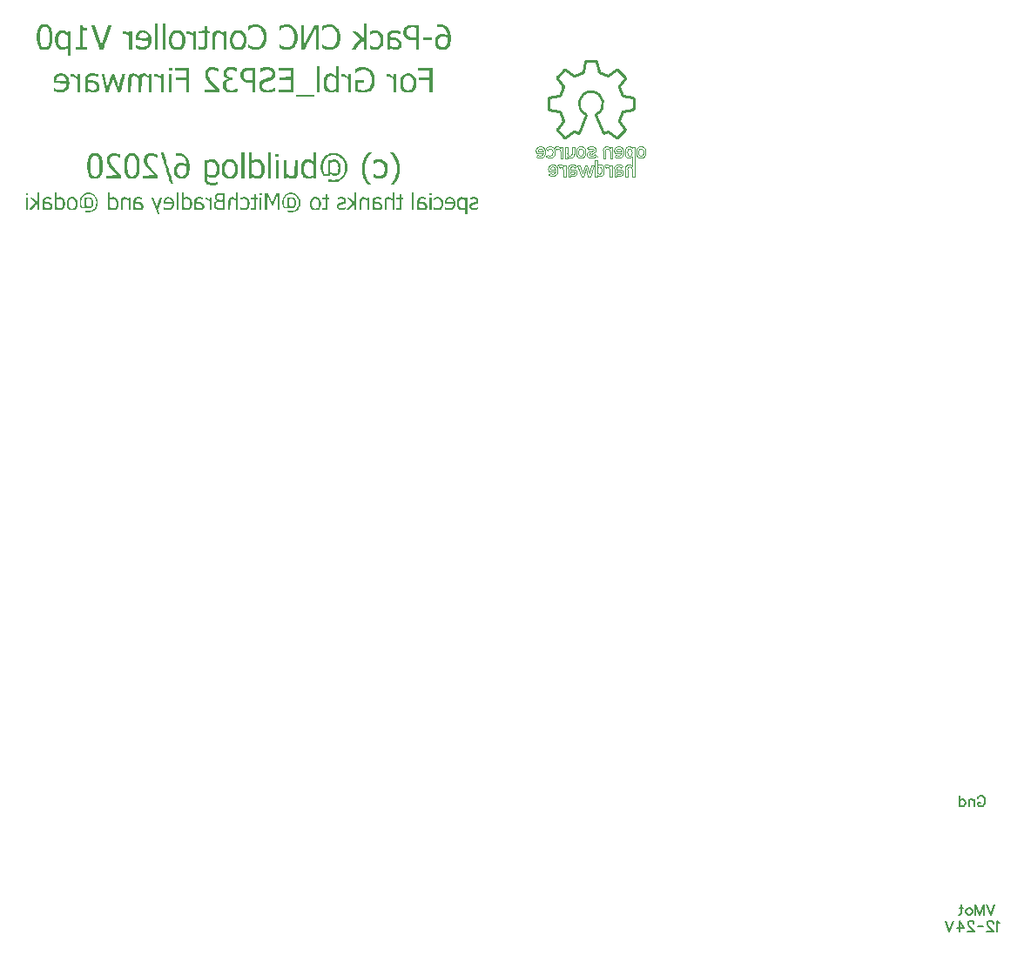
<source format=gbr>
G04 DipTrace 4.0.0.2*
G04 BottomSilk.gbr*
%MOIN*%
G04 #@! TF.FileFunction,Legend,Bot*
G04 #@! TF.Part,Single*
%ADD27C,0.01*%
%ADD28C,0.003*%
%ADD113C,0.006176*%
%FSLAX26Y26*%
G04*
G70*
G90*
G75*
G01*
G04 BotSilk*
%LPD*%
G36*
X4059755Y4928755D2*
D1*
D1*
D1*
D1*
D1*
D1*
D1*
D1*
D1*
D1*
D1*
D1*
D1*
D1*
D1*
D1*
D1*
D1*
D1*
D1*
D1*
D1*
D1*
D1*
D1*
D1*
D1*
D1*
D1*
D1*
D1*
D1*
D1*
D1*
D1*
G37*
X3766113Y4934079D2*
D28*
Y4977569D1*
X3757367D1*
Y4972924D1*
X3757207D1*
G03X3752336Y4976783I-10348J-8059D01*
G01*
G03X3745885Y4978071I-6179J-14141D01*
G01*
G03X3741224Y4977231I12J-13422D01*
G01*
G03X3736797Y4974712I5924J-15555D01*
G01*
X3743111Y4967172D1*
G02X3745989Y4968788I6924J-8964D01*
G01*
G02X3748901Y4969323I2934J-7771D01*
G01*
G02X3754745Y4967165I11J-8960D01*
G01*
G02X3756712Y4964346I-4242J-5056D01*
G01*
G02X3757367Y4960216I-11128J-3881D01*
G01*
Y4934079D1*
X3766113D1*
X3896195Y4969323D2*
G02X3898982Y4969061I152J-13316D01*
G01*
G02X3901149Y4968266I-1466J-7342D01*
G01*
G02X3903623Y4965094I-2524J-4519D01*
G01*
G02X3904860Y4955875I-31554J-8928D01*
G01*
G02X3903623Y4946515I-33232J-368D01*
G01*
G02X3901149Y4943342I-4996J1344D01*
G01*
G02X3898982Y4942546I-3632J6547D01*
G01*
G02X3896195Y4942284I-2635J13053D01*
G01*
G02X3893453Y4942558I-150J12343D01*
G01*
G02X3891315Y4943382I1539J7178D01*
G01*
G02X3888867Y4946687I2797J4632D01*
G01*
G02X3887629Y4955875I32653J9075D01*
G01*
G02X3888867Y4964920I33398J39D01*
G01*
G02X3891315Y4968225I5245J-1328D01*
G01*
G02X3893453Y4969049I3677J-6354D01*
G01*
G02X3896195Y4969323I2592J-12069D01*
G01*
D3*
X3833648Y4934079D2*
X3842756Y4964499D1*
X3842918D1*
X3852004Y4934079D1*
X3859725D1*
X3873617Y4977569D1*
X3864368D1*
X3856025Y4947109D1*
X3855864D1*
X3846014Y4977569D1*
X3839637D1*
X3829808Y4947109D1*
X3829627D1*
X3821304Y4977569D1*
X3812036D1*
X3825947Y4934079D1*
X3833648D1*
X3952629Y5021728D2*
X3979713D1*
G02X3978985Y5017032I-13769J-268D01*
G01*
G02X3976797Y5013678I-7820J2710D01*
G01*
G02X3973481Y5011665I-6550J7052D01*
G01*
G02X3969359Y5010993I-3972J11385D01*
G01*
G02X3964268Y5012043I-79J12485D01*
G01*
G02X3959808Y5015195I5937J13134D01*
G01*
X3953477Y5009787D1*
G03X3956913Y5006550I15853J13389D01*
G01*
G03X3960752Y5004398I10151J13609D01*
G01*
G03X3969199Y5002791I8379J21029D01*
G01*
G03X3975788Y5003872I-8J20663D01*
G01*
G03X3982176Y5007121I-8283J24190D01*
G01*
G03X3984924Y5009855I-6387J9169D01*
G01*
G03X3986889Y5013724I-12648J8856D01*
G01*
G03X3988065Y5018728I-24445J8384D01*
G01*
G03X3988459Y5024864I-43499J5872D01*
G01*
G03X3988095Y5030728I-43460J249D01*
G01*
G03X3987010Y5035608I-26634J-3362D01*
G01*
G03X3985196Y5039508I-16442J-5274D01*
G01*
G03X3982659Y5042427I-10664J-6707D01*
G01*
G03X3976725Y5046069I-14321J-16680D01*
G01*
G03X3970525Y5047283I-6223J-15343D01*
G01*
G03X3963815Y5046041I-134J-18032D01*
G01*
G03X3957997Y5042317I7044J-17413D01*
G01*
G03X3953973Y5036487I10821J-11772D01*
G01*
G03X3952629Y5028926I18893J-7258D01*
G01*
Y5021728D1*
X4073606Y5025086D2*
G03X4073329Y5031192I-59844J346D01*
G01*
G03X4072508Y5035511I-21900J-1922D01*
G01*
G03X4068899Y5041714I-16008J-5161D01*
G01*
G03X4066764Y5043641I-11634J-10747D01*
G01*
G03X4063941Y5045482I-15012J-19930D01*
G01*
G03X4060293Y5046833I-6224J-11211D01*
G01*
G03X4055670Y5047283I-4407J-21296D01*
G01*
G03X4051104Y5046833I-218J-21169D01*
G01*
G03X4047457Y5045482I2629J-12699D01*
G01*
G03X4044615Y5043641I12332J-22153D01*
G01*
G03X4042460Y5041714I9474J-12765D01*
G01*
G03X4038861Y5035511I12309J-11285D01*
G01*
G03X4038048Y5031192I21463J-6280D01*
G01*
G03X4037777Y5025086I59069J-5674D01*
G01*
G03X4038048Y5018877I61251J-443D01*
G01*
G03X4038861Y5014520I22633J1972D01*
G01*
G03X4042460Y5008319I15897J5081D01*
G01*
G03X4044615Y5006371I11274J10300D01*
G01*
G03X4047457Y5004548I14028J18748D01*
G01*
G03X4051104Y5003229I6274J11646D01*
G01*
G03X4055670Y5002791I4372J21545D01*
G01*
G03X4060293Y5003229I239J22080D01*
G01*
G03X4063941Y5004548I-2571J12818D01*
G01*
G03X4066764Y5006371I-11060J20224D01*
G01*
G03X4068899Y5008319I-9156J12176D01*
G01*
G03X4072508Y5014520I-12388J11361D01*
G01*
G03X4073329Y5018877I-21176J6242D01*
G01*
G03X4073606Y5025086I-60474J5808D01*
G01*
D3*
X3843474D2*
G03X3843203Y5031192I-59838J397D01*
G01*
G03X3842380Y5035511I-22159J-1984D01*
G01*
G03X3838772Y5041714I-15984J-5145D01*
G01*
G03X3836637Y5043641I-11927J-11072D01*
G01*
G03X3833813Y5045482I-14931J-19816D01*
G01*
G03X3830162Y5046833I-6214J-11191D01*
G01*
G03X3825541Y5047283I-4400J-21227D01*
G01*
G03X3820974Y5046833I-217J-21192D01*
G01*
G03X3817330Y5045482I2641J-12721D01*
G01*
G03X3814487Y5043641I12332J-22153D01*
G01*
G03X3812333Y5041714I9474J-12765D01*
G01*
G03X3808731Y5035511I12310J-11293D01*
G01*
G03X3807918Y5031192I20951J-6183D01*
G01*
G03X3807645Y5025086I59069J-5700D01*
G01*
G03X3807918Y5018877I61253J-417D01*
G01*
G03X3808731Y5014520I22113J1875D01*
G01*
G03X3812333Y5008319I15901J5088D01*
G01*
G03X3814487Y5006371I11145J10158D01*
G01*
G03X3817330Y5004548I14028J18748D01*
G01*
G03X3820974Y5003229I6284J11668D01*
G01*
G03X3825541Y5002791I4372J21546D01*
G01*
G03X3830162Y5003229I243J22011D01*
G01*
G03X3833813Y5004548I-2587J12873D01*
G01*
G03X3836637Y5006371I-11437J20819D01*
G01*
G03X3838772Y5008319I-9156J12176D01*
G01*
G03X3842380Y5014520I-12366J11344D01*
G01*
G03X3843203Y5018877I-21431J6303D01*
G01*
G03X3843474Y5025086I-61493J5801D01*
G01*
D3*
X3962094Y4933918D2*
Y4937760D1*
X3962276D1*
G03X3965917Y4934503I6209J3277D01*
G01*
G03X3968909Y4933688I4883J12027D01*
G01*
G03X3972709Y4933415I3667J24458D01*
G01*
G03X3979029Y4934456I-126J20477D01*
G01*
G03X3983586Y4937258I-3819J11317D01*
G01*
G03X3986604Y4941464I-8146J9032D01*
G01*
G03X3987609Y4946687I-12227J5062D01*
G01*
G03X3986739Y4951696I-14014J146D01*
G01*
G03X3984130Y4955834I-11621J-4436D01*
G01*
G03X3979838Y4958613I-7924J-7533D01*
G01*
G03X3973876Y4959594I-5850J-16959D01*
G01*
X3962094D1*
Y4964197D1*
G02X3962624Y4966721I5461J170D01*
G01*
G02X3964245Y4968499I4024J-2040D01*
G01*
G02X3966964Y4969536I4088J-6637D01*
G01*
G02X3970780Y4969826I3232J-17269D01*
G01*
G02X3973545Y4969657I163J-20004D01*
G01*
G02X3975808Y4969145I-1543J-12076D01*
G01*
G02X3978783Y4966428I-2461J-5683D01*
G01*
X3985478Y4971696D1*
G03X3979478Y4976528I-12105J-8890D01*
G01*
G03X3975624Y4977695I-6857J-15702D01*
G01*
G03X3971204Y4978031I-3909J-22183D01*
G01*
G03X3964056Y4977296I-609J-29206D01*
G01*
G03X3958456Y4974935I3933J-17151D01*
G01*
G03X3954886Y4970465I5904J-8375D01*
G01*
G03X3953969Y4967369I13488J-5681D01*
G01*
G03X3953630Y4963695I21571J-3841D01*
G01*
Y4933918D1*
X3962094D1*
X3979713Y5028926D2*
X3961357D1*
G02X3962148Y5033256I14274J-367D01*
G01*
G02X3964120Y5036436I8334J-2968D01*
G01*
G02X3967004Y5038389I6150J-5977D01*
G01*
G02X3970525Y5039040I3423J-8667D01*
G01*
G02X3974092Y5038389I101J-9546D01*
G01*
G02X3976999Y5036436I-3221J-7935D01*
G01*
G02X3978965Y5033256I-6189J-6024D01*
G01*
G02X3979713Y5028926I-13170J-4505D01*
G01*
D3*
X3962094Y4949200D2*
Y4952397D1*
X3972289D1*
G02X3975544Y4951982I-226J-14752D01*
G01*
G02X3977856Y4950964I-1545J-6641D01*
G01*
G02X3979226Y4949338I-2321J-3346D01*
G01*
G02X3979648Y4947109I-4580J-2020D01*
G01*
G02X3979170Y4945078I-4393J-39D01*
G01*
G02X3977735Y4943329I-4948J2595D01*
G01*
G02X3975289Y4942048I-3846J4368D01*
G01*
G02X3971646Y4941620I-3375J13017D01*
G01*
G02X3967087Y4941906I-730J24838D01*
G01*
G02X3964106Y4942927I1125J8151D01*
G01*
G02X3963225Y4943831I1903J2734D01*
G01*
G02X3962598Y4945179I4595J2959D01*
G01*
G02X3962094Y4949200I13056J3678D01*
G01*
D3*
X3697661Y5016079D2*
X3691207Y5010289D1*
G03X3697982Y5004901I18106J15813D01*
G01*
G03X3702159Y5003318I8096J15065D01*
G01*
G03X3706848Y5002791I4558J19411D01*
G01*
G03X3714025Y5004070I98J20218D01*
G01*
G03X3720481Y5007917I-7964J20705D01*
G01*
G03X3723145Y5010905I-9089J10784D01*
G01*
G03X3725049Y5014747I-14381J9520D01*
G01*
G03X3726191Y5019440I-23431J8186D01*
G01*
G03X3726573Y5024985I-37090J5340D01*
G01*
G03X3726191Y5030533I-37475J208D01*
G01*
G03X3725049Y5035238I-24722J-3509D01*
G01*
G03X3723145Y5039094I-16729J-5864D01*
G01*
G03X3720481Y5042106I-11881J-7825D01*
G01*
G03X3714025Y5045989I-14475J-16755D01*
G01*
G03X3706848Y5047283I-7085J-18746D01*
G01*
G03X3702159Y5046750I-87J-20130D01*
G01*
G03X3697982Y5045153I3955J-16607D01*
G01*
G03X3691207Y5039743I11530J-21390D01*
G01*
X3697661Y5033994D1*
G02X3701722Y5037401I10117J-7937D01*
G01*
G02X3706506Y5038537I4711J-9192D01*
G01*
G02X3711460Y5037690I276J-13285D01*
G01*
G02X3714997Y5035149I-3161J-8132D01*
G01*
G02X3717117Y5030915I-8687J-6999D01*
G01*
G02X3717827Y5024985I-21669J-5602D01*
G01*
G02X3717117Y5019083I-22148J-329D01*
G01*
G02X3714997Y5014868I-10754J2769D01*
G01*
G02X3711460Y5012339I-6739J5687D01*
G01*
G02X3706506Y5011495I-4673J12472D01*
G01*
G02X3701701Y5012641I-79J10314D01*
G01*
G02X3697661Y5016079I6012J11159D01*
G01*
D3*
X4046482Y5024985D2*
G02X4046603Y5029027I57666J300D01*
G01*
G02X4046965Y5031662I15890J-842D01*
G01*
G02X4048633Y5035339I11043J-2792D01*
G01*
G02X4051539Y5037738I5846J-4122D01*
G01*
G02X4055670Y5038537I3910J-9133D01*
G01*
G02X4059831Y5037738I244J-9965D01*
G01*
G02X4062707Y5035339I-2823J-6307D01*
G01*
G02X4064396Y5031662I-8354J-6064D01*
G01*
G02X4064726Y5029053I-17314J-3520D01*
G01*
G02X4064838Y5025086I-63657J-3775D01*
G01*
G02X4064726Y5021010I-67355J-196D01*
G01*
G02X4064396Y5018351I-17397J814D01*
G01*
G02X4062707Y5014692I-9618J2221D01*
G01*
G02X4059831Y5012294I-5721J3938D01*
G01*
G02X4055670Y5011495I-3928J9221D01*
G01*
G02X4051539Y5012294I-232J9877D01*
G01*
G02X4048633Y5014692I2947J6530D01*
G01*
G02X4046965Y5018331I9069J6359D01*
G01*
G02X4046603Y5020960I15425J3465D01*
G01*
G02X4046482Y5024985I57092J3727D01*
G01*
D3*
X3816350D2*
G02X3816474Y5029027I58756J211D01*
G01*
G02X3816834Y5031662I16264J-877D01*
G01*
G02X3818504Y5035339I11186J-2864D01*
G01*
G02X3821409Y5037738I5867J-4145D01*
G01*
G02X3825541Y5038537I3910J-9134D01*
G01*
G02X3829703Y5037738I244J-9965D01*
G01*
G02X3832578Y5035339I-2867J-6359D01*
G01*
G02X3834267Y5031662I-8298J-6038D01*
G01*
G02X3834599Y5029053I-17085J-3500D01*
G01*
G02X3834709Y5025086I-59839J-3648D01*
G01*
G02X3834599Y5021010I-63319J-327D01*
G01*
G02X3834267Y5018351I-18079J907D01*
G01*
G02X3832578Y5014692I-9618J2221D01*
G01*
G02X3829703Y5012294I-5765J3991D01*
G01*
G02X3825541Y5011495I-3928J9221D01*
G01*
G02X3821409Y5012294I-233J9878D01*
G01*
G02X3818504Y5014692I2969J6554D01*
G01*
G02X3816834Y5018331I9071J6367D01*
G01*
G02X3816474Y5020960I15799J3500D01*
G01*
G02X3816350Y5024985I58170J3816D01*
G01*
D3*
X3944983Y5003293D2*
Y5046780D1*
X3936238D1*
Y5042136D1*
X3936077D1*
G03X3931207Y5045997I-10315J-8010D01*
G01*
G03X3924758Y5047283I-6181J-14184D01*
G01*
G03X3919780Y5046319I8J-13382D01*
G01*
G03X3914977Y5043432I6806J-16762D01*
G01*
G03X3911441Y5038700I7546J-9325D01*
G01*
G03X3910557Y5035672I13310J-5532D01*
G01*
G03X3910263Y5032203I19251J-3378D01*
G01*
Y5003293D1*
X3919008D1*
Y5029187D1*
G02X3919621Y5033109I11635J191D01*
G01*
G02X3921461Y5036065I7450J-2588D01*
G01*
G02X3924216Y5037919I5882J-5765D01*
G01*
G02X3927573Y5038537I3263J-8298D01*
G01*
G02X3931006Y5037919I124J-9154D01*
G01*
G02X3933785Y5036065I-3047J-7577D01*
G01*
G02X3935625Y5033109I-5611J-5543D01*
G01*
G02X3936238Y5029187I-11022J-3731D01*
G01*
Y5003293D1*
X3944983D1*
X3784864Y4933918D2*
Y4937760D1*
X3785045D1*
G03X3788684Y4934503I6222J3289D01*
G01*
G03X3791679Y4933688I4874J12002D01*
G01*
G03X3795480Y4933415I3660J24364D01*
G01*
G03X3801798Y4934456I-127J20478D01*
G01*
G03X3806357Y4937258I-3821J11327D01*
G01*
G03X3809373Y4941464I-8144J9023D01*
G01*
G03X3810378Y4946687I-12227J5062D01*
G01*
G03X3809507Y4951696I-14132J122D01*
G01*
G03X3806898Y4955834I-11573J-4406D01*
G01*
G03X3802607Y4958613I-7929J-7539D01*
G01*
G03X3796645Y4959594I-5853J-16974D01*
G01*
X3784864D1*
Y4964197D1*
G02X3785392Y4966721I5459J176D01*
G01*
G02X3787015Y4968499I3988J-2011D01*
G01*
G02X3789734Y4969536I4078J-6613D01*
G01*
G02X3793549Y4969826I3230J-17249D01*
G01*
G02X3796314Y4969657I163J-20004D01*
G01*
G02X3798575Y4969145I-1549J-12093D01*
G01*
G02X3801553Y4966428I-2462J-5689D01*
G01*
X3808247Y4971696D1*
G03X3802245Y4976528I-12109J-8898D01*
G01*
G03X3798393Y4977695I-6836J-15628D01*
G01*
G03X3793972Y4978031I-3911J-22206D01*
G01*
G03X3786822Y4977296I-608J-29226D01*
G01*
G03X3781225Y4974935I3919J-17106D01*
G01*
G03X3777655Y4970465I5945J-8408D01*
G01*
G03X3776739Y4967369I13010J-5533D01*
G01*
G03X3776398Y4963695I21211J-3823D01*
G01*
Y4933918D1*
X3784864D1*
X3700414Y4952516D2*
X3727495D1*
G02X3726767Y4947821I-13942J-242D01*
G01*
G02X3724582Y4944464I-7909J2758D01*
G01*
G02X3721263Y4942452I-6611J7162D01*
G01*
G02X3717144Y4941781I-3947J11258D01*
G01*
G02X3712050Y4942831I-76J12509D01*
G01*
G02X3707592Y4945983I5959J13157D01*
G01*
X3701259Y4940573D1*
G03X3704696Y4937338I15953J13506D01*
G01*
G03X3708536Y4935187I10141J13601D01*
G01*
G03X3716980Y4933577I8383J21016D01*
G01*
G03X3723573Y4934661I-33J20795D01*
G01*
G03X3729960Y4937910I-8269J24157D01*
G01*
G03X3732708Y4940644I-6387J9169D01*
G01*
G03X3734671Y4944512I-13025J9042D01*
G01*
G03X3735848Y4949516I-24571J8421D01*
G01*
G03X3736239Y4955653I-43465J5851D01*
G01*
G03X3735880Y4961515I-43743J259D01*
G01*
G03X3734791Y4966396I-26850J-3431D01*
G01*
G03X3732981Y4970296I-16503J-5287D01*
G01*
G03X3730441Y4973216I-10760J-6793D01*
G01*
G03X3724507Y4976857I-14414J-16833D01*
G01*
G03X3718306Y4978071I-6220J-15329D01*
G01*
G03X3711598Y4976830I-132J-18032D01*
G01*
G03X3705783Y4973106I7007J-17342D01*
G01*
G03X3701755Y4967273I10790J-11758D01*
G01*
G03X3700414Y4959714I18937J-7259D01*
G01*
Y4952516D1*
X3943480Y4934079D2*
Y4977569D1*
X3934734D1*
Y4972924D1*
X3934573D1*
G03X3929703Y4976783I-10330J-8036D01*
G01*
G03X3923254Y4978071I-6177J-14129D01*
G01*
G03X3918590Y4977231I9J-13422D01*
G01*
G03X3914167Y4974712I5880J-15461D01*
G01*
X3920480Y4967172D1*
G02X3923355Y4968788I6979J-9054D01*
G01*
G02X3926270Y4969323I2931J-7757D01*
G01*
G02X3932109Y4967165I14J-8940D01*
G01*
G02X3934079Y4964346I-4243J-5063D01*
G01*
G02X3934734Y4960216I-11048J-3869D01*
G01*
Y4934079D1*
X3943480D1*
X3727495Y4959714D2*
X3709140D1*
G02X3709931Y4964044I14311J-379D01*
G01*
G02X3711905Y4967225I8225J-2900D01*
G01*
G02X3714785Y4969175I6096J-5902D01*
G01*
G02X3718306Y4969826I3413J-8612D01*
G01*
G02X3721876Y4969175I126J-9422D01*
G01*
G02X3724781Y4967225I-3222J-7940D01*
G01*
G02X3726746Y4964044I-6226J-6042D01*
G01*
G02X3727495Y4959714I-13120J-4500D01*
G01*
D3*
X3784864Y4949200D2*
Y4952397D1*
X3795057D1*
G02X3798313Y4951982I-228J-14777D01*
G01*
G02X3800627Y4950964I-1564J-6690D01*
G01*
G02X3801995Y4949338I-2377J-3390D01*
G01*
G02X3802414Y4947109I-4532J-2005D01*
G01*
G02X3801939Y4945078I-4391J-45D01*
G01*
G02X3800506Y4943329I-5003J2637D01*
G01*
G02X3798056Y4942048I-3866J4411D01*
G01*
G02X3794414Y4941620I-3375J13015D01*
G01*
G02X3789854Y4941906I-732J24823D01*
G01*
G02X3786875Y4942927I1125J8138D01*
G01*
G02X3785995Y4943831I1884J2711D01*
G01*
G02X3785367Y4945179I4428J2886D01*
G01*
G02X3784864Y4949200I12999J3667D01*
G01*
D3*
X3799682Y5017868D2*
Y5046780D1*
X3790936D1*
Y5020843D1*
G02X3790325Y5016899I-11799J-189D01*
G01*
G02X3788486Y5013948I-7379J2548D01*
G01*
G02X3785705Y5012109I-5779J5718D01*
G01*
G02X3782272Y5011495I-3320J8654D01*
G01*
G02X3778915Y5012109I-98J8947D01*
G01*
G02X3776159Y5013948I3030J7527D01*
G01*
G02X3774319Y5016899I5560J5515D01*
G01*
G02X3773707Y5020843I11143J3751D01*
G01*
Y5046780D1*
X3764961D1*
Y5003293D1*
X3773707D1*
Y5007897D1*
X3773888D1*
G03X3778722Y5004066I10275J8002D01*
G01*
G03X3785107Y5002791I6116J13997D01*
G01*
G03X3790157Y5003747I0J13806D01*
G01*
G03X3794977Y5006619I-6641J16629D01*
G01*
G03X3798507Y5011347I-7514J9292D01*
G01*
G03X3799388Y5014382I-13193J5473D01*
G01*
G03X3799682Y5017868I-19129J3368D01*
G01*
D3*
X3755031Y5003293D2*
Y5046780D1*
X3746285D1*
Y5042136D1*
X3746125D1*
G03X3741254Y5045997I-10326J-8025D01*
G01*
G03X3734806Y5047283I-6183J-14195D01*
G01*
G03X3730141Y5046443I-6J-13342D01*
G01*
G03X3725720Y5043926I5808J-15343D01*
G01*
X3732032Y5036386D1*
G02X3734907Y5037999I7021J-9148D01*
G01*
G02X3737822Y5038537I2954J-7836D01*
G01*
G02X3743662Y5036376I1J-8967D01*
G01*
G02X3745630Y5033557I-4212J-5038D01*
G01*
G02X3746285Y5029428I-10968J-3856D01*
G01*
Y5003293D1*
X3755031D1*
X3887629Y4934079D2*
Y4938604D1*
G03X3892731Y4934834I11523J10257D01*
G01*
G03X3898869Y4933577I5988J13625D01*
G01*
G03X3902608Y4933969I115J16911D01*
G01*
G03X3905785Y4935145I-2682J12128D01*
G01*
G03X3910510Y4939186I-6635J12541D01*
G01*
G03X3912985Y4944655I-9814J7736D01*
G01*
G03X3913449Y4949039I-32405J5651D01*
G01*
G03X3913606Y4955875I-125305J6282D01*
G01*
G03X3913449Y4962625I-122313J548D01*
G01*
G03X3912985Y4966952I-32069J-1255D01*
G01*
G03X3910510Y4972422I-12570J-2393D01*
G01*
G03X3905785Y4976462I-11828J-9047D01*
G01*
G03X3902608Y4977667I-5886J-10731D01*
G01*
G03X3898869Y4978071I-3644J-16210D01*
G01*
G03X3892789Y4976644I-174J-12918D01*
G01*
G03X3887629Y4972924I10978J-20670D01*
G01*
Y4995120D1*
X3878882D1*
Y4934079D1*
X3887629D1*
X4012415Y5011495D2*
G02X4009637Y5011760I-120J13435D01*
G01*
G02X4007476Y5012553I1489J7404D01*
G01*
G02X4005002Y5015726I2549J4538D01*
G01*
G02X4003768Y5024985I31892J8961D01*
G01*
G02X4005002Y5034273I33312J302D01*
G01*
G02X4007476Y5037472I5050J-1350D01*
G01*
G02X4009637Y5038270I3586J-6387D01*
G01*
G02X4012415Y5038537I2626J-12705D01*
G01*
G02X4015182Y5038260I119J-12773D01*
G01*
G02X4017333Y5037436I-1477J-7073D01*
G01*
G02X4019783Y5034133I-2765J-4611D01*
G01*
G02X4020999Y5024985I-33083J-9054D01*
G01*
G02X4019783Y5015878I-33993J-93D01*
G01*
G02X4017333Y5012590I-5181J1303D01*
G01*
G02X4015182Y5011770I-3666J6383D01*
G01*
G02X4012415Y5011495I-2614J12281D01*
G01*
D3*
X3652812Y5021728D2*
X3679890D1*
G02X3679163Y5017032I-13811J-266D01*
G01*
G02X3676978Y5013678I-7816J2703D01*
G01*
G02X3673661Y5011665I-6544J7043D01*
G01*
G02X3669536Y5010993I-3974J11400D01*
G01*
G02X3664449Y5012043I-80J12461D01*
G01*
G02X3659989Y5015195I5937J13134D01*
G01*
X3653655Y5009787D1*
G03X3657094Y5006550I15860J13406D01*
G01*
G03X3660934Y5004398I10077J13478D01*
G01*
G03X3669378Y5002791I8379J21029D01*
G01*
G03X3675969Y5003872I-6J20663D01*
G01*
G03X3682355Y5007121I-8254J24120D01*
G01*
G03X3685104Y5009855I-6324J9110D01*
G01*
G03X3687067Y5013724I-12700J8877D01*
G01*
G03X3688247Y5018728I-24573J8435D01*
G01*
G03X3688638Y5024864I-44038J5887D01*
G01*
G03X3688276Y5030728I-43175J276D01*
G01*
G03X3687188Y5035608I-27227J-3508D01*
G01*
G03X3685373Y5039508I-16375J-5248D01*
G01*
G03X3682838Y5042427I-10568J-6620D01*
G01*
G03X3676903Y5046069I-14321J-16680D01*
G01*
G03X3670705Y5047283I-6220J-15329D01*
G01*
G03X3663993Y5046041I-129J-18071D01*
G01*
G03X3658178Y5042317I7074J-17447D01*
G01*
G03X3654154Y5036487I10785J-11747D01*
G01*
G03X3652812Y5028926I18858J-7248D01*
G01*
Y5021728D1*
X3886045Y5010531D2*
X3879934Y5016582D1*
G02X3873651Y5012389I-13738J13780D01*
G01*
G02X3866225Y5010993I-7246J18092D01*
G01*
G02X3862825Y5011346I-130J15298D01*
G01*
G02X3860071Y5012401I2110J9626D01*
G01*
G02X3858245Y5014149I2317J4249D01*
G01*
G02X3857638Y5016582I4153J2327D01*
G01*
G02X3857972Y5018273I4073J76D01*
G01*
G02X3858972Y5019548I3100J-1404D01*
G01*
G02X3860634Y5020405I3125J-4022D01*
G01*
G02X3862966Y5020843I3069J-9907D01*
G01*
X3870666Y5021567D1*
G03X3875611Y5022657I-1097J16750D01*
G01*
G03X3879630Y5025117I-4914J12540D01*
G01*
G03X3882304Y5028880I-6560J7492D01*
G01*
G03X3883192Y5033873I-12368J4776D01*
G01*
G03X3882031Y5039683I-13732J276D01*
G01*
G03X3878546Y5043885I-9756J-4544D01*
G01*
G03X3873335Y5046434I-9847J-13534D01*
G01*
G03X3866989Y5047283I-6115J-21560D01*
G01*
G03X3861700Y5046881I-181J-32644D01*
G01*
G03X3857225Y5045675I3509J-21925D01*
G01*
G03X3849938Y5041372I9602J-24583D01*
G01*
X3855346Y5034999D1*
G02X3860703Y5037903I16549J-24133D01*
G01*
G02X3866989Y5039040I6012J-15300D01*
G01*
G02X3870533Y5038667I279J-14384D01*
G01*
G02X3872808Y5037553I-1118J-5161D01*
G01*
G02X3874445Y5033793I-3229J-3643D01*
G01*
G02X3874142Y5032418I-3181J-20D01*
G01*
G02X3873229Y5031149I-4014J1926D01*
G01*
G02X3871489Y5030175I-2886J3116D01*
G01*
G02X3868696Y5029690I-3477J11723D01*
G01*
X3861498Y5029187D1*
G03X3858359Y5028752I1283J-20834D01*
G01*
G03X3855700Y5027913I2934J-13916D01*
G01*
G03X3851815Y5025016I3728J-9054D01*
G01*
G03X3849624Y5020948I10447J-8252D01*
G01*
G03X3848890Y5016159I14547J-4679D01*
G01*
G03X3850203Y5010480I12038J-210D01*
G01*
G03X3854129Y5006268I10147J5524D01*
G01*
G03X3859943Y5003659I10931J16575D01*
G01*
G03X3866906Y5002791I6705J25398D01*
G01*
G03X3877119Y5004725I179J26982D01*
G01*
G03X3886045Y5010531I-11035J26732D01*
G01*
D3*
X3679890Y5028926D2*
X3661536D1*
G02X3662329Y5033256I14277J-375D01*
G01*
G02X3664301Y5036436I8292J-2942D01*
G01*
G02X3667184Y5038389I6158J-5987D01*
G01*
G02X3670705Y5039040I3423J-8667D01*
G01*
G02X3674273Y5038389I97J-9572D01*
G01*
G02X3677179Y5036436I-3250J-7973D01*
G01*
G02X3679145Y5033256I-6189J-6024D01*
G01*
G02X3679890Y5028926I-13273J-4514D01*
G01*
D3*
X4029745Y4934079D2*
Y5046780D1*
X4020999D1*
Y5042217D1*
G03X4015907Y5046016I-11519J-10127D01*
G01*
G03X4009759Y5047283I-6004J-13589D01*
G01*
G03X4006053Y5046881I-130J-16099D01*
G01*
G03X4002893Y5045675I2744J-11934D01*
G01*
G03X3998119Y5041633I7463J-13655D01*
G01*
G03X3995666Y5036163I10504J-7995D01*
G01*
G03X3995183Y5031812I30846J-5626D01*
G01*
G03X3995023Y5024985I123193J-6304D01*
G01*
G03X3995183Y5018201I121754J-520D01*
G01*
G03X3995666Y5013848I31259J1265D01*
G01*
G03X3998119Y5008399I12695J2438D01*
G01*
G03X4002893Y5004359I11741J9032D01*
G01*
G03X4006053Y5003182I5788J10708D01*
G01*
G03X4009759Y5002791I3593J16298D01*
G01*
G03X4015861Y5004166I223J13236D01*
G01*
G03X4020999Y5007897I-9902J19038D01*
G01*
Y4972924D1*
X4020835D1*
G03X4015968Y4976783I-10362J-8073D01*
G01*
G03X4009518Y4978071I-6179J-14141D01*
G01*
G03X4004540Y4977107I23J-13445D01*
G01*
G03X3999738Y4974220I6839J-16811D01*
G01*
G03X3996201Y4969487I7554J-9333D01*
G01*
G03X3995319Y4966460I12917J-5405D01*
G01*
G03X3995023Y4962991I18616J-3339D01*
G01*
Y4934079D1*
X4003768D1*
Y4959976D1*
G02X4004380Y4963896I11663J188D01*
G01*
G02X4006221Y4966851I7472J-2604D01*
G01*
G02X4008974Y4968705I5832J-5687D01*
G01*
G02X4012333Y4969323I3241J-8176D01*
G01*
G02X4015767Y4968705I118J-9192D01*
G01*
G02X4018545Y4966851I-2980J-7473D01*
G01*
G02X4020386Y4963896I-5631J-5559D01*
G01*
G02X4020999Y4959976I-11095J-3743D01*
G01*
Y4934079D1*
X4029745D1*
X3844310Y5170680D2*
D27*
G02X3882780Y5170680I19235J41791D01*
G01*
G03X3881713Y5167974I876J-1909D01*
G01*
X3909291Y5100427D1*
G03X3912043Y5099279I1948J797D01*
G01*
X3927022Y5105485D1*
G02X3929007Y5105284I806J-1946D01*
G01*
X3961955Y5082994D1*
G03X3964619Y5083247I1179J1736D01*
G01*
X3992768Y5111397D1*
G03X3993022Y5114062I-1484J1486D01*
G01*
X3970731Y5147007D1*
G02X3970531Y5148990I1762J1180D01*
G01*
X3984083Y5181707D1*
G02X3985627Y5182968I1943J-803D01*
G01*
X4024683Y5190502D1*
G03X4026388Y5192565I-394J2062D01*
G01*
Y5232375D1*
G03X4024683Y5234440I-2099J4D01*
G01*
X3985627Y5241974D1*
G02X3984083Y5243234I395J2059D01*
G01*
X3970531Y5275949D1*
G02X3970731Y5277932I1963J803D01*
G01*
X3993022Y5310880D1*
G03X3992768Y5313545I-1738J1180D01*
G01*
X3964619Y5341695D1*
G03X3961955Y5341948I-1485J-1483D01*
G01*
X3929007Y5319658D1*
G02X3927022Y5319457I-1179J1746D01*
G01*
X3894309Y5333010D1*
G02X3893049Y5334553I799J1938D01*
G01*
X3885514Y5373611D1*
G03X3883449Y5375315I-2067J-401D01*
G01*
X3843641D1*
G03X3841577Y5373611I1J-2103D01*
G01*
X3834041Y5334553D1*
G02X3832781Y5333010I-2059J395D01*
G01*
X3800064Y5319457D1*
G02X3798083Y5319658I-804J1937D01*
G01*
X3765136Y5341948D1*
G03X3762469Y5341695I-1180J-1741D01*
G01*
X3734322Y5313545D1*
G03X3734067Y5310880I1481J-1486D01*
G01*
X3756357Y5277932D1*
G02X3756558Y5275949I-1740J-1178D01*
G01*
X3743008Y5243234D1*
G02X3741461Y5241974I-1945J808D01*
G01*
X3702405Y5234440D1*
G03X3700700Y5232375I401J-2067D01*
G01*
Y5192565D1*
G03X3702405Y5190502I2106J4D01*
G01*
X3741461Y5182968D1*
G02X3743008Y5181707I-402J-2073D01*
G01*
X3756558Y5148990D1*
G02X3756357Y5147007I-1941J-805D01*
G01*
X3734067Y5114062D1*
G03X3734322Y5111397I1736J-1179D01*
G01*
X3762469Y5083247D1*
G03X3765136Y5082994I1487J1488D01*
G01*
X3798083Y5105284D1*
G02X3800064Y5105485I1176J-1736D01*
G01*
X3815046Y5099279D1*
G03X3817797Y5100427I803J1944D01*
G01*
X3845375Y5167974D1*
G03X3844310Y5170680I-1941J799D01*
G01*
G36*
X2193506Y5518901D2*
Y5420869D1*
X2204136D1*
Y5518901D1*
X2193506D1*
G37*
G36*
X2223033D2*
Y5420869D1*
X2233663D1*
Y5518901D1*
X2223033D1*
G37*
G36*
X2993112D2*
Y5462208D1*
X2991860Y5460925D1*
X2991248Y5461117D1*
X2990750Y5462208D1*
X2986026Y5468113D1*
X2968309Y5487011D1*
X2964766Y5490554D1*
X2950593D1*
X2978939Y5462208D1*
X2978551Y5460775D1*
X2977758Y5459846D1*
X2958860Y5436223D1*
X2952955Y5429137D1*
X2948230Y5423231D1*
X2947049Y5420869D1*
X2961222D1*
X2963585Y5423231D1*
X2967128Y5427956D1*
X2971852Y5433861D1*
X2978939Y5443310D1*
X2983663Y5449216D1*
X2987207Y5453940D1*
X2988089Y5454699D1*
X2988701Y5454630D1*
X2989569Y5453940D1*
X2993112Y5450397D1*
Y5420869D1*
X3003742D1*
Y5518901D1*
X2993112D1*
G37*
G36*
X1750593Y5505909D2*
X1749411Y5504727D1*
X1747049Y5500003D1*
X1744687Y5492916D1*
X1743506Y5487011D1*
X1742325Y5476381D1*
Y5457483D1*
X1743506Y5448035D1*
X1744687Y5442129D1*
X1747049Y5435042D1*
X1749411Y5430318D1*
X1751774Y5426775D1*
X1755317Y5423231D1*
X1758860Y5420869D1*
X1765947Y5418507D1*
X1777758D1*
X1782482Y5419688D1*
X1787207Y5422050D1*
X1793112Y5427956D1*
X1795474Y5431499D1*
X1796656Y5433861D1*
X1799018Y5440948D1*
X1800199Y5445672D1*
X1801380Y5452759D1*
Y5482286D1*
X1800199Y5489373D1*
X1799018Y5494097D1*
X1796656Y5501184D1*
X1794293Y5505909D1*
X1787207Y5512995D1*
X1782482Y5515357D1*
X1777758Y5516538D1*
X1767128D1*
X1762404Y5515357D1*
X1755317Y5511814D1*
X1751774Y5508271D1*
X1750593Y5505909D1*
X1765947D1*
X1769884Y5507090D1*
X1773821D1*
X1777758Y5505909D1*
X1782482Y5503546D1*
X1783434Y5502021D1*
X1783663Y5501184D1*
X1786026Y5497641D1*
X1787207Y5494097D1*
X1788388Y5488192D1*
X1789569Y5487011D1*
Y5448035D1*
X1788388Y5446853D1*
X1787207Y5440948D1*
X1786026Y5437405D1*
X1783663Y5433861D1*
X1783275Y5432428D1*
X1782482Y5431499D1*
X1777758Y5429137D1*
X1774215Y5427956D1*
X1770671D1*
X1763585Y5430318D1*
X1758860Y5435042D1*
Y5436223D1*
X1757679Y5438586D1*
X1756498Y5443310D1*
X1755317Y5451578D1*
X1754136Y5452759D1*
Y5482286D1*
X1755317Y5483468D1*
X1756498Y5491735D1*
X1757679Y5496460D1*
X1758860Y5498822D1*
Y5500003D1*
X1763585Y5504727D1*
X1765947Y5505909D1*
X1750593D1*
G37*
G36*
X2571459Y5516538D2*
X2562010Y5514176D1*
X2558467Y5512995D1*
X2551380Y5509452D1*
Y5494097D1*
X2558467Y5500003D1*
X2559648Y5501184D1*
X2564372Y5503546D1*
X2571459Y5505909D1*
X2576183Y5507090D1*
X2580907D1*
X2590356Y5504727D1*
X2592719Y5503546D1*
X2593900Y5502365D1*
X2596262Y5501184D1*
X2602167Y5495279D1*
Y5494097D1*
X2604530Y5490554D1*
X2606892Y5483468D1*
X2608073Y5478743D1*
X2609254Y5477562D1*
Y5457483D1*
X2608073Y5456302D1*
X2606892Y5451578D1*
X2604530Y5444491D1*
X2602167Y5440948D1*
Y5439767D1*
X2595081Y5432680D1*
X2590356Y5430318D1*
X2580907Y5427956D1*
X2576183D1*
X2571459Y5429137D1*
X2564372Y5431499D1*
X2559648Y5433861D1*
X2558467Y5435042D1*
X2551380Y5440948D1*
Y5426775D1*
X2552561Y5425594D1*
X2559648Y5422050D1*
X2566734Y5419688D1*
X2571459Y5418507D1*
X2586813D1*
X2591537Y5419688D1*
X2598624Y5422050D1*
X2605711Y5426775D1*
X2611616Y5432680D1*
X2613978Y5436223D1*
X2617522Y5443310D1*
X2618703Y5446853D1*
X2619884Y5451578D1*
X2621065Y5457483D1*
Y5477562D1*
X2619884Y5483468D1*
X2618703Y5488192D1*
X2617522Y5490554D1*
X2616341Y5494097D1*
X2613978Y5497641D1*
X2612797Y5500003D1*
X2602167Y5510633D1*
X2595081Y5514176D1*
X2591537Y5515357D1*
X2585632Y5516538D1*
X2571459D1*
G37*
G36*
X2689569D2*
X2680120Y5514176D1*
X2676577Y5512995D1*
X2669490Y5509452D1*
Y5494097D1*
X2676577Y5500003D1*
X2677758Y5501184D1*
X2682482Y5503546D1*
X2689569Y5505909D1*
X2694293Y5507090D1*
X2699018D1*
X2708467Y5504727D1*
X2710829Y5503546D1*
X2712010Y5502365D1*
X2714372Y5501184D1*
X2720278Y5495279D1*
Y5494097D1*
X2722640Y5490554D1*
X2725002Y5483468D1*
X2726183Y5478743D1*
X2727364Y5477562D1*
Y5457483D1*
X2726183Y5456302D1*
X2725002Y5451578D1*
X2722640Y5444491D1*
X2720278Y5440948D1*
Y5439767D1*
X2713191Y5432680D1*
X2708467Y5430318D1*
X2699018Y5427956D1*
X2694293D1*
X2689569Y5429137D1*
X2682482Y5431499D1*
X2677758Y5433861D1*
X2676577Y5435042D1*
X2669490Y5440948D1*
Y5426775D1*
X2670671Y5425594D1*
X2677758Y5422050D1*
X2684844Y5419688D1*
X2689569Y5418507D1*
X2704923D1*
X2709648Y5419688D1*
X2716734Y5422050D1*
X2723821Y5426775D1*
X2729726Y5432680D1*
X2732089Y5436223D1*
X2735632Y5443310D1*
X2736813Y5446853D1*
X2737994Y5451578D1*
X2739175Y5457483D1*
Y5477562D1*
X2737994Y5483468D1*
X2736813Y5488192D1*
X2735632Y5490554D1*
X2734451Y5494097D1*
X2732089Y5497641D1*
X2730907Y5500003D1*
X2720278Y5510633D1*
X2713191Y5514176D1*
X2709648Y5515357D1*
X2703742Y5516538D1*
X2689569D1*
G37*
G36*
X2853742D2*
X2844293Y5514176D1*
X2840750Y5512995D1*
X2833663Y5509452D1*
Y5494097D1*
X2840750Y5500003D1*
X2841931Y5501184D1*
X2846656Y5503546D1*
X2853742Y5505909D1*
X2858467Y5507090D1*
X2863191D1*
X2872640Y5504727D1*
X2875002Y5503546D1*
X2876183Y5502365D1*
X2878545Y5501184D1*
X2884451Y5495279D1*
Y5494097D1*
X2886813Y5490554D1*
X2889175Y5483468D1*
X2890356Y5478743D1*
X2891537Y5477562D1*
Y5457483D1*
X2890356Y5456302D1*
X2889175Y5451578D1*
X2886813Y5444491D1*
X2884451Y5440948D1*
Y5439767D1*
X2877364Y5432680D1*
X2872640Y5430318D1*
X2863191Y5427956D1*
X2858467D1*
X2853742Y5429137D1*
X2846656Y5431499D1*
X2841931Y5433861D1*
X2840750Y5435042D1*
X2833663Y5440948D1*
Y5426775D1*
X2834844Y5425594D1*
X2841931Y5422050D1*
X2849018Y5419688D1*
X2853742Y5418507D1*
X2869096D1*
X2873821Y5419688D1*
X2880907Y5422050D1*
X2887994Y5426775D1*
X2893900Y5432680D1*
X2896262Y5436223D1*
X2899805Y5443310D1*
X2900986Y5446853D1*
X2902167Y5451578D1*
X2903348Y5457483D1*
Y5477562D1*
X2902167Y5483468D1*
X2900986Y5488192D1*
X2899805Y5490554D1*
X2898624Y5494097D1*
X2896262Y5497641D1*
X2895081Y5500003D1*
X2884451Y5510633D1*
X2877364Y5514176D1*
X2873821Y5515357D1*
X2867915Y5516538D1*
X2853742D1*
G37*
G36*
X3271852Y5469294D2*
X3269490Y5466932D1*
X3268309Y5464570D1*
X3267128Y5461027D1*
X3265947Y5453940D1*
Y5448035D1*
X3267128Y5440948D1*
X3268309Y5437405D1*
X3271852Y5430318D1*
X3278939Y5423231D1*
X3286026Y5419688D1*
X3290750Y5418507D1*
X3301380D1*
X3308467Y5420869D1*
X3310829Y5422050D1*
X3319096Y5430318D1*
X3322640Y5437405D1*
X3325002Y5444491D1*
X3326183Y5451578D1*
Y5472838D1*
X3325002Y5479924D1*
X3323821Y5485830D1*
X3322640Y5489373D1*
X3321459Y5491735D1*
X3320278Y5495279D1*
X3317915Y5498822D1*
X3316734Y5501184D1*
X3307285Y5510633D1*
X3300199Y5514176D1*
X3296656Y5515357D1*
X3291931Y5516538D1*
X3277758D1*
X3274215Y5515357D1*
Y5504727D1*
X3275396D1*
X3278939Y5505909D1*
X3283663Y5507090D1*
X3288388D1*
X3293112Y5505909D1*
X3296656Y5504727D1*
X3301380Y5502365D1*
X3308467Y5495279D1*
Y5494097D1*
X3310829Y5489373D1*
X3312010Y5485830D1*
X3313191Y5479924D1*
X3314372Y5478743D1*
Y5475200D1*
X3312932Y5473967D1*
X3312010Y5474019D1*
X3309648Y5476381D1*
X3307285Y5477562D1*
X3303742Y5478743D1*
X3299018Y5479924D1*
X3287207D1*
X3280120Y5477562D1*
X3276577Y5475200D1*
X3271852Y5470475D1*
Y5469294D1*
X3289569D1*
X3294293Y5470475D1*
X3299018D1*
X3303742Y5469294D1*
X3310829Y5466932D1*
X3313191Y5465751D1*
X3314372Y5464570D1*
Y5448035D1*
X3313191Y5446853D1*
X3312010Y5442129D1*
X3310829Y5438586D1*
X3308467Y5435042D1*
X3308078Y5433609D1*
X3307285Y5432680D1*
X3304923Y5431499D1*
X3303742Y5430318D1*
X3301380Y5429137D1*
X3297443Y5427956D1*
X3293506D1*
X3289569Y5429137D1*
X3284844Y5431499D1*
X3281301Y5435042D1*
Y5436223D1*
X3280120Y5438586D1*
X3278939Y5443310D1*
X3277758Y5444491D1*
Y5455121D1*
X3278939Y5456302D1*
X3280120Y5461027D1*
Y5462208D1*
X3284844Y5466932D1*
X3289569Y5469294D1*
X3271852D1*
G37*
G36*
X1907679Y5514176D2*
Y5430318D1*
X1891144Y5429137D1*
Y5420869D1*
X1934844D1*
Y5429137D1*
X1918309Y5430318D1*
Y5492916D1*
X1934844Y5494097D1*
Y5501184D1*
X1927758Y5502365D1*
X1923033Y5503546D1*
X1920671Y5504727D1*
X1917128Y5508271D1*
Y5510633D1*
X1915947Y5514176D1*
X1907679D1*
G37*
G36*
X1951380D2*
Y5511814D1*
X1960829Y5483468D1*
X1962010Y5481105D1*
X1971459Y5452759D1*
X1972640Y5450397D1*
X1982089Y5422050D1*
X1983270Y5420869D1*
X1996262D1*
X2005711Y5449216D1*
X2006892Y5451578D1*
X2016341Y5479924D1*
X2017522Y5482286D1*
X2026970Y5510633D1*
X2028152Y5512995D1*
Y5514176D1*
X2016341D1*
X2015159Y5512995D1*
X1990356Y5438586D1*
X1990056Y5437192D1*
X1989106Y5436115D1*
X1988497Y5436311D1*
X1987736Y5437612D1*
X1987994Y5438586D1*
X1963191Y5512995D1*
X1962010Y5514176D1*
X1951380D1*
G37*
G36*
X2754530D2*
Y5420869D1*
X2767522D1*
X2781695Y5449216D1*
X2784057Y5452759D1*
X2807093Y5498814D1*
X2807733Y5499905D1*
X2808571Y5500742D1*
X2809175Y5500687D1*
X2810041Y5500003D1*
Y5420869D1*
X2820671D1*
Y5514176D1*
X2802955D1*
X2767522Y5443310D1*
X2767222Y5441917D1*
X2766272Y5440839D1*
X2765660Y5441038D1*
X2765159Y5442129D1*
Y5514176D1*
X2754530D1*
G37*
G36*
X3151380Y5503546D2*
X3149018Y5501184D1*
X3146656Y5496460D1*
X3145474Y5492916D1*
Y5479924D1*
X3147837Y5472838D1*
X3150199Y5469294D1*
X3157285Y5462208D1*
X3160829Y5459846D1*
X3167915Y5457483D1*
X3172640Y5456302D1*
X3192719Y5455121D1*
Y5420869D1*
X3203348D1*
Y5514176D1*
X3171459D1*
X3165553Y5512995D1*
X3162010Y5511814D1*
X3157285Y5509452D1*
X3153742Y5507090D1*
X3151380Y5504727D1*
Y5503546D1*
X3171459D1*
X3178545Y5504727D1*
X3185632D1*
X3192719Y5503546D1*
Y5466932D1*
X3186026Y5465751D1*
X3179333D1*
X3172640Y5466932D1*
X3167915Y5468113D1*
X3165553Y5469294D1*
X3159648Y5475200D1*
Y5476381D1*
X3158467Y5478743D1*
X3157285Y5479924D1*
Y5491735D1*
X3158467Y5492916D1*
Y5495279D1*
X3164372Y5501184D1*
X3171459Y5503546D1*
X3151380D1*
G37*
G36*
X2384844Y5510633D2*
Y5491735D1*
X2362404Y5490554D1*
Y5482286D1*
X2384844Y5481105D1*
Y5440948D1*
X2383663Y5439767D1*
Y5435042D1*
X2380120Y5431499D1*
X2377758Y5430318D1*
X2373821Y5429137D1*
X2369884D1*
X2365947Y5430318D1*
X2363585Y5431499D1*
X2362404D1*
Y5422050D1*
X2363585Y5420869D1*
X2369490Y5419688D1*
X2380120D1*
X2383663Y5420869D1*
X2388388Y5423231D1*
X2390750Y5425594D1*
X2393112Y5429137D1*
X2394293Y5432680D1*
X2395474Y5439767D1*
Y5481105D1*
X2402561Y5482286D1*
Y5490554D1*
X2395474Y5491735D1*
Y5510633D1*
X2384844D1*
G37*
G36*
X1816734Y5481105D2*
X1816346Y5479672D1*
X1815553Y5478743D1*
X1814372Y5476381D1*
X1813191Y5472838D1*
X1812010Y5468113D1*
Y5448035D1*
X1813191Y5443310D1*
X1814372Y5439767D1*
X1817915Y5432680D1*
X1820278Y5429137D1*
X1823821Y5425594D1*
X1827364Y5423231D1*
X1832089Y5420869D1*
X1835632Y5419688D1*
X1847443D1*
X1854530Y5422050D1*
X1856892Y5423231D1*
X1857774Y5423990D1*
X1858386Y5423921D1*
X1859254Y5423231D1*
Y5394885D1*
X1869884D1*
Y5490554D1*
X1859254D1*
Y5485830D1*
X1857814Y5484597D1*
X1856892Y5484649D1*
X1853348Y5488192D1*
X1846262Y5491735D1*
X1841537Y5492916D1*
X1832089D1*
X1828545Y5491735D1*
X1823821Y5489373D1*
X1817915Y5483468D1*
X1816734Y5481105D1*
X1834451D1*
X1838388Y5482286D1*
X1842325D1*
X1846262Y5481105D1*
X1849805Y5479924D1*
X1854530Y5477562D1*
X1855711Y5476381D1*
X1858073Y5475200D1*
X1859254Y5474019D1*
Y5433861D1*
X1858073Y5432680D1*
X1850986Y5430318D1*
X1846262Y5429137D1*
X1841537D1*
X1836813Y5430318D1*
X1832089Y5432680D1*
X1826183Y5438586D1*
Y5439767D1*
X1825002Y5443310D1*
X1823821Y5448035D1*
X1822640Y5449216D1*
Y5463389D1*
X1823821Y5464570D1*
X1825002Y5470475D1*
X1826183Y5474019D1*
Y5475200D1*
X1829726Y5478743D1*
X1834451Y5481105D1*
X1816734D1*
G37*
G36*
X2126183Y5483468D2*
X2125002Y5482286D1*
X2122640Y5478743D1*
X2121459Y5475200D1*
X2120278Y5470475D1*
Y5455121D1*
X2168703Y5453940D1*
Y5445672D1*
X2167522Y5444491D1*
X2166341Y5440948D1*
Y5439767D1*
X2160435Y5433861D1*
X2155711Y5431499D1*
X2152167Y5430318D1*
X2147443Y5429137D1*
X2142719D1*
X2133270Y5431499D1*
X2129726Y5432680D1*
X2122640Y5436223D1*
X2121459Y5437405D1*
Y5425594D1*
X2122640Y5424412D1*
X2128545Y5422050D1*
X2137994Y5419688D1*
X2152167D1*
X2156892Y5420869D1*
X2160435Y5422050D1*
X2167522Y5425594D1*
X2173427Y5431499D1*
X2175789Y5435042D1*
X2176970Y5437405D1*
X2179333Y5444491D1*
X2180514Y5455121D1*
Y5456302D1*
X2179333Y5466932D1*
X2176970Y5474019D1*
X2174608Y5478743D1*
X2172246Y5482286D1*
X2168703Y5485830D1*
X2163978Y5489373D1*
X2161616Y5490554D1*
X2158073Y5491735D1*
X2153348Y5492916D1*
X2141537D1*
X2136813Y5491735D1*
X2132089Y5489373D1*
X2126183Y5483468D1*
X2141537D1*
X2145868Y5484649D1*
X2150199D1*
X2154530Y5483468D1*
X2158073Y5482286D1*
X2160435Y5481105D1*
X2166341Y5475200D1*
Y5474019D1*
X2167522Y5470475D1*
X2168703Y5469294D1*
Y5464570D1*
X2155711Y5463389D1*
X2142719D1*
X2129726Y5464570D1*
Y5466932D1*
X2130907Y5468113D1*
X2132089Y5474019D1*
X2133270Y5476381D1*
Y5477562D1*
X2136813Y5481105D1*
X2141537Y5483468D1*
X2126183D1*
G37*
G36*
X2254923Y5482286D2*
Y5481105D1*
X2252561Y5478743D1*
X2250199Y5474019D1*
X2249018Y5470475D1*
X2247837Y5465751D1*
Y5445672D1*
X2249018Y5440948D1*
X2250199Y5437405D1*
X2253742Y5430318D1*
X2260829Y5423231D1*
X2267915Y5419688D1*
X2272640Y5418507D1*
X2284451D1*
X2289175Y5419688D1*
X2292719Y5420869D1*
X2296262Y5423231D1*
X2303348Y5430318D1*
X2305711Y5433861D1*
X2306892Y5437405D1*
X2308073Y5439767D1*
X2309254Y5444491D1*
Y5466932D1*
X2308073Y5471657D1*
X2306892Y5475200D1*
X2305711Y5477562D1*
X2303348Y5481105D1*
X2296262Y5488192D1*
X2289175Y5491735D1*
X2284451Y5492916D1*
X2272640D1*
X2267915Y5491735D1*
X2260829Y5488192D1*
X2254923Y5482286D1*
X2272640D1*
X2276577Y5483468D1*
X2280514D1*
X2284451Y5482286D1*
X2287994Y5481105D1*
X2290356Y5479924D1*
X2293900Y5476381D1*
Y5475200D1*
X2296262Y5470475D1*
X2297443Y5466932D1*
X2298624Y5465751D1*
Y5446853D1*
X2297443Y5445672D1*
X2296262Y5440948D1*
X2293900Y5436223D1*
Y5435042D1*
X2290356Y5431499D1*
X2287994Y5430318D1*
X2284451Y5429137D1*
X2280514Y5427956D1*
X2276577D1*
X2272640Y5429137D1*
X2269096Y5430318D1*
X2267915Y5431499D1*
X2265553Y5432680D1*
X2264152Y5434008D1*
X2264372Y5435042D1*
X2262010Y5438586D1*
X2260829Y5442129D1*
X2259648Y5446853D1*
X2258467Y5448035D1*
Y5463389D1*
X2259648Y5464570D1*
X2260829Y5469294D1*
X2262010Y5472838D1*
X2264372Y5476381D1*
X2264602Y5477218D1*
X2265553Y5478743D1*
X2272640Y5482286D1*
X2254923D1*
G37*
G36*
X2430907Y5492916D2*
X2426183Y5491735D1*
X2423821Y5490554D1*
X2417915Y5484649D1*
X2415553Y5479924D1*
X2414372Y5476381D1*
Y5420869D1*
X2423821D1*
X2425002Y5462208D1*
X2426183Y5474019D1*
Y5476381D1*
X2429726Y5479924D1*
X2432089Y5481105D1*
X2436026Y5482286D1*
X2439963D1*
X2443900Y5481105D1*
X2447443Y5479924D1*
X2449805Y5478743D1*
X2450986Y5477562D1*
X2453348Y5476381D1*
X2456892Y5472838D1*
Y5420869D1*
X2467522D1*
Y5490554D1*
X2456892D1*
Y5484649D1*
X2455639Y5483366D1*
X2455028Y5483558D1*
X2454530Y5484649D1*
X2452167Y5487011D1*
X2448624Y5489373D1*
X2443900Y5491735D1*
X2439175Y5492916D1*
X2430907D1*
G37*
G36*
X2488782Y5482286D2*
Y5481105D1*
X2486419Y5478743D1*
X2484057Y5474019D1*
X2482876Y5470475D1*
X2481695Y5465751D1*
Y5445672D1*
X2482876Y5440948D1*
X2484057Y5437405D1*
X2487600Y5430318D1*
X2494687Y5423231D1*
X2501774Y5419688D1*
X2506498Y5418507D1*
X2518309D1*
X2523033Y5419688D1*
X2526577Y5420869D1*
X2530120Y5423231D1*
X2537207Y5430318D1*
X2539569Y5433861D1*
X2540750Y5437405D1*
X2541931Y5439767D1*
X2543112Y5444491D1*
Y5466932D1*
X2541931Y5471657D1*
X2540750Y5475200D1*
X2539569Y5477562D1*
X2537207Y5481105D1*
X2530120Y5488192D1*
X2523033Y5491735D1*
X2518309Y5492916D1*
X2506498D1*
X2501774Y5491735D1*
X2494687Y5488192D1*
X2488782Y5482286D1*
X2506498D1*
X2510435Y5483468D1*
X2514372D1*
X2518309Y5482286D1*
X2521852Y5481105D1*
X2524215Y5479924D1*
X2527758Y5476381D1*
Y5475200D1*
X2530120Y5470475D1*
X2531301Y5466932D1*
X2532482Y5465751D1*
Y5446853D1*
X2531301Y5445672D1*
X2530120Y5440948D1*
X2527758Y5436223D1*
Y5435042D1*
X2524215Y5431499D1*
X2521852Y5430318D1*
X2518309Y5429137D1*
X2514372Y5427956D1*
X2510435D1*
X2506498Y5429137D1*
X2502955Y5430318D1*
X2501774Y5431499D1*
X2499411Y5432680D1*
X2498011Y5434008D1*
X2498230Y5435042D1*
X2495868Y5438586D1*
X2494687Y5442129D1*
X2493506Y5446853D1*
X2492325Y5448035D1*
Y5463389D1*
X2493506Y5464570D1*
X2494687Y5469294D1*
X2495868Y5472838D1*
X2498230Y5476381D1*
X2498460Y5477218D1*
X2499411Y5478743D1*
X2506498Y5482286D1*
X2488782D1*
G37*
G36*
X3030907Y5492916D2*
X3026183Y5491735D1*
X3019096Y5489373D1*
X3016734Y5488192D1*
Y5475200D1*
X3020278Y5477562D1*
X3021459Y5478743D1*
X3023821Y5479924D1*
X3030907Y5482286D1*
X3034844Y5483468D1*
X3038782D1*
X3042719Y5482286D1*
X3046262Y5481105D1*
X3048624Y5479924D1*
X3054530Y5474019D1*
Y5472838D1*
X3055711Y5470475D1*
X3056892Y5465751D1*
X3058073Y5464570D1*
Y5448035D1*
X3056892Y5446853D1*
X3055711Y5442129D1*
X3054530Y5439767D1*
Y5438586D1*
X3048624Y5432680D1*
X3046262Y5431499D1*
X3042719Y5430318D1*
X3038388Y5429137D1*
X3034057D1*
X3029726Y5430318D1*
X3026183Y5431499D1*
X3019096Y5435042D1*
X3016734Y5437405D1*
Y5424412D1*
X3019096Y5423231D1*
X3026183Y5420869D1*
X3030907Y5419688D1*
X3042719D1*
X3047443Y5420869D1*
X3050986Y5422050D1*
X3055711Y5424412D1*
X3063978Y5432680D1*
X3066341Y5437405D1*
X3068703Y5444491D1*
Y5466932D1*
X3067522Y5471657D1*
X3063978Y5478743D1*
X3061616Y5482286D1*
X3056892Y5487011D1*
X3053348Y5489373D1*
X3050986Y5490554D1*
X3047443Y5491735D1*
X3042719Y5492916D1*
X3030907D1*
G37*
G36*
X3082876Y5457483D2*
Y5420869D1*
X3093506D1*
Y5426775D1*
X3094388Y5427533D1*
X3095000Y5427464D1*
X3095868Y5426775D1*
X3099411Y5423231D1*
X3106498Y5419688D1*
X3110041Y5418507D1*
X3120671D1*
X3124215Y5419688D1*
X3128939Y5422050D1*
X3133663Y5426775D1*
X3136026Y5430318D1*
X3137207Y5433861D1*
Y5449216D1*
X3134844Y5453940D1*
X3128939Y5459846D1*
X3121852Y5463389D1*
X3117128Y5464570D1*
X3111222Y5465751D1*
X3101774Y5466932D1*
X3093506Y5468113D1*
Y5475200D1*
X3094687Y5476381D1*
Y5477562D1*
X3097049Y5479924D1*
X3099411Y5481105D1*
X3102955Y5482286D1*
X3108073Y5483468D1*
X3113191D1*
X3118309Y5482286D1*
X3131301Y5478743D1*
X3132482D1*
Y5489373D1*
X3131301Y5490554D1*
X3125396Y5491735D1*
X3118309Y5492916D1*
X3102955D1*
X3097049Y5491735D1*
X3093506Y5490554D1*
X3089963Y5488192D1*
X3086419Y5484649D1*
X3084057Y5481105D1*
X3082876Y5477562D1*
Y5457483D1*
X3093506D1*
X3095868Y5458664D1*
X3098230D1*
X3100593Y5457483D1*
X3110041Y5456302D1*
X3115947Y5455121D1*
X3120671Y5452759D1*
X3123033Y5450397D1*
X3124188Y5449158D1*
X3125162Y5447683D1*
X3125396Y5446853D1*
X3126577Y5445672D1*
Y5436223D1*
X3125396Y5435042D1*
Y5433861D1*
X3121852Y5430318D1*
X3118309Y5429137D1*
X3114372Y5427956D1*
X3110435D1*
X3106498Y5429137D1*
X3102955Y5430318D1*
X3100593Y5431499D1*
X3099411Y5432680D1*
X3097049Y5433861D1*
X3093506Y5437405D1*
Y5457483D1*
X3082876D1*
G37*
G36*
X2069490Y5490554D2*
Y5479924D1*
X2082482Y5478743D1*
X2086026Y5477562D1*
X2090750Y5475200D1*
X2093112Y5472838D1*
X2095474Y5471657D1*
Y5420869D1*
X2106104D1*
Y5490554D1*
X2095474D1*
Y5482286D1*
X2094034Y5481054D1*
X2093112Y5481105D1*
X2089569Y5484649D1*
X2086026Y5487011D1*
X2081301Y5489373D1*
X2077758Y5490554D1*
X2069490D1*
G37*
G36*
X2315159D2*
Y5479924D1*
X2328152Y5478743D1*
X2331695Y5477562D1*
X2336419Y5475200D1*
X2338782Y5472838D1*
X2341144Y5471657D1*
Y5420869D1*
X2351774D1*
Y5490554D1*
X2341144D1*
Y5482286D1*
X2339704Y5481054D1*
X2338782Y5481105D1*
X2335238Y5484649D1*
X2331695Y5487011D1*
X2326970Y5489373D1*
X2323427Y5490554D1*
X2315159D1*
G37*
G36*
X3221065Y5466932D2*
Y5456302D1*
X3255317D1*
Y5466932D1*
X3221065D1*
G37*
G36*
X2814766Y5354727D2*
Y5256696D1*
X2825396D1*
Y5354727D1*
X2814766D1*
G37*
G36*
X2844293Y5316932D2*
X2843905Y5315499D1*
X2843112Y5314570D1*
X2841931Y5312208D1*
X2840750Y5308664D1*
X2839569Y5302759D1*
Y5282680D1*
X2840750Y5277956D1*
X2841931Y5274412D1*
X2845474Y5267326D1*
X2847837Y5263783D1*
X2851380Y5260239D1*
X2854923Y5257877D1*
X2859648Y5255515D1*
X2863191Y5254334D1*
X2873821D1*
X2878545Y5255515D1*
X2883270Y5257877D1*
X2884844Y5259058D1*
X2886419D1*
X2887994Y5257877D1*
Y5256696D1*
X2897443D1*
Y5354727D1*
X2886813D1*
Y5321657D1*
X2885373Y5320424D1*
X2884451Y5320475D1*
X2880907Y5324019D1*
X2873821Y5327562D1*
X2870278Y5328743D1*
X2859648D1*
X2856104Y5327562D1*
X2851380Y5325200D1*
X2846656Y5320475D1*
X2844293Y5316932D1*
X2862010D1*
X2865947Y5318113D1*
X2869884D1*
X2873821Y5316932D1*
X2877364Y5315751D1*
X2884451Y5312208D1*
X2886813Y5309846D1*
Y5268507D1*
X2882089Y5266145D1*
X2877364Y5264964D1*
X2873033Y5263783D1*
X2868703D1*
X2864372Y5264964D1*
X2857285Y5268507D1*
X2855885Y5269835D1*
X2856104Y5270869D1*
X2853742Y5274412D1*
X2852561Y5277956D1*
X2851380Y5282680D1*
X2850199Y5283861D1*
Y5299216D1*
X2851380Y5300397D1*
X2852561Y5306302D1*
X2853742Y5309846D1*
Y5311027D1*
X2857285Y5314570D1*
X2862010Y5316932D1*
X2844293D1*
G37*
G36*
X2407285Y5352365D2*
X2402561Y5351184D1*
X2399018Y5350003D1*
X2396656Y5348822D1*
X2389569Y5341735D1*
X2387207Y5337011D1*
X2386026Y5333468D1*
Y5319294D1*
X2387207Y5314570D1*
X2391931Y5305121D1*
X2394293Y5301578D1*
X2399018Y5295672D1*
X2427364Y5267326D1*
X2382482Y5266145D1*
Y5256696D1*
X2439175D1*
Y5268507D1*
X2415553Y5293310D1*
X2408467Y5301578D1*
X2404923Y5306302D1*
X2402561Y5309846D1*
X2400199Y5314570D1*
X2399018Y5318113D1*
X2397837Y5319294D1*
Y5332286D1*
X2399018Y5333468D1*
X2400199Y5335830D1*
X2400428Y5336667D1*
X2401380Y5338192D1*
X2403742Y5339373D1*
X2404923Y5340554D1*
X2408467Y5341735D1*
X2412404Y5342916D1*
X2416341D1*
X2420278Y5341735D1*
X2425002Y5340554D1*
X2428545Y5339373D1*
X2433270Y5337011D1*
X2434451Y5335830D1*
X2436813Y5334649D1*
Y5346460D1*
X2435632Y5347641D1*
X2433270Y5348822D1*
X2429726Y5350003D1*
X2420278Y5352365D1*
X2407285D1*
G37*
G36*
X2476970D2*
X2472246Y5351184D1*
X2468703Y5350003D1*
X2466341Y5348822D1*
X2462797Y5346460D1*
X2460435Y5344097D1*
X2458073Y5340554D1*
X2456892Y5337011D1*
Y5324019D1*
X2458073Y5320475D1*
X2460435Y5316932D1*
X2463978Y5313389D1*
X2467522Y5311027D1*
X2469884Y5309846D1*
X2473427Y5308664D1*
X2472246Y5307483D1*
X2468703Y5306302D1*
X2463978Y5303940D1*
X2460435Y5301578D1*
X2456892Y5296853D1*
X2455711Y5294491D1*
X2454530Y5289767D1*
Y5277956D1*
X2455711Y5273231D1*
X2458073Y5268507D1*
X2460435Y5264964D1*
X2465159Y5260239D1*
X2468703Y5257877D1*
X2471065Y5256696D1*
X2474608Y5255515D1*
X2479333Y5254334D1*
X2493506D1*
X2499411Y5255515D1*
X2510041Y5259058D1*
Y5272050D1*
X2508860Y5270869D1*
X2504136Y5268507D1*
X2493506Y5264964D1*
X2489175Y5263783D1*
X2484844D1*
X2480514Y5264964D1*
X2474608Y5267326D1*
X2472246Y5268507D1*
X2469884Y5270869D1*
Y5272050D1*
X2467522Y5276775D1*
X2466341Y5277956D1*
Y5290948D1*
X2467522Y5292129D1*
Y5294491D1*
X2472246Y5299216D1*
X2474608Y5300397D1*
X2478152Y5301578D1*
X2491144Y5302759D1*
Y5312208D1*
X2480514Y5313389D1*
X2476970Y5314570D1*
X2474608Y5315751D1*
X2469884Y5320475D1*
Y5321657D1*
X2468703Y5325200D1*
X2467522Y5326381D1*
Y5331105D1*
X2468703Y5332286D1*
X2469884Y5335830D1*
X2470114Y5336667D1*
X2471065Y5338192D1*
X2473427Y5339373D1*
X2474608Y5340554D1*
X2478152Y5341735D1*
X2482482Y5342916D1*
X2486813D1*
X2491144Y5341735D1*
X2495868Y5340554D1*
X2499411Y5339373D1*
X2504136Y5337011D1*
X2505317Y5335830D1*
X2507679Y5334649D1*
Y5346460D1*
X2506498Y5347641D1*
X2504136Y5348822D1*
X2497049Y5351184D1*
X2491144Y5352365D1*
X2476970D1*
G37*
G36*
X2616341D2*
X2609254Y5351184D1*
X2604530Y5350003D1*
X2600986Y5348822D1*
X2598624Y5347641D1*
X2597443Y5346460D1*
Y5332286D1*
X2602167Y5335830D1*
X2603348Y5337011D1*
X2608073Y5339373D1*
X2611616Y5340554D1*
X2621065Y5342916D1*
X2625789D1*
X2630514Y5341735D1*
X2634057Y5340554D1*
X2636419Y5339373D1*
X2642325Y5333468D1*
Y5332286D1*
X2643506Y5331105D1*
Y5322838D1*
X2642325Y5321657D1*
Y5319294D1*
X2637600Y5314570D1*
X2635238Y5313389D1*
X2628152Y5311027D1*
X2613978Y5307483D1*
X2606892Y5305121D1*
X2604530Y5303940D1*
X2600986Y5301578D1*
X2597443Y5298035D1*
X2593900Y5290948D1*
X2592719Y5283861D1*
Y5281499D1*
X2593900Y5275594D1*
X2595081Y5272050D1*
X2597443Y5267326D1*
X2600986Y5262601D1*
X2605711Y5259058D1*
X2610435Y5256696D1*
X2613978Y5255515D1*
X2618703Y5254334D1*
X2634057D1*
X2641144Y5255515D1*
X2648230Y5257877D1*
X2654136Y5260239D1*
X2655317Y5261420D1*
Y5276775D1*
X2650593Y5272050D1*
X2641144Y5267326D1*
X2634057Y5264964D1*
X2628939Y5263783D1*
X2623821D1*
X2618703Y5264964D1*
X2615159Y5266145D1*
X2610435Y5268507D1*
X2606892Y5272050D1*
Y5273231D1*
X2605711Y5276775D1*
X2604530Y5277956D1*
Y5282680D1*
X2605711Y5283861D1*
X2608073Y5289767D1*
X2608302Y5290604D1*
X2609254Y5292129D1*
X2613978Y5294491D1*
X2621065Y5296853D1*
X2635238Y5300397D1*
X2638782Y5301578D1*
X2645868Y5305121D1*
X2651774Y5311027D1*
X2654136Y5315751D1*
X2655317Y5320475D1*
Y5329924D1*
X2654136Y5334649D1*
X2651774Y5339373D1*
X2643506Y5347641D1*
X2638782Y5350003D1*
X2635238Y5351184D1*
X2630514Y5352365D1*
X2616341D1*
G37*
G36*
X2983663D2*
X2977758Y5351184D1*
X2970671Y5348822D1*
X2964766Y5346460D1*
X2962404Y5345279D1*
X2961222Y5344097D1*
Y5329924D1*
X2962404D1*
X2967128Y5334649D1*
X2976577Y5339373D1*
X2980120Y5340554D1*
X2984844Y5341735D1*
X2989963Y5342916D1*
X2995081D1*
X3000199Y5341735D1*
X3003742Y5340554D1*
X3010829Y5337011D1*
X3016734Y5331105D1*
Y5329924D1*
X3019096Y5326381D1*
X3021459Y5319294D1*
X3022640Y5314570D1*
X3023821Y5313389D1*
Y5293310D1*
X3022640Y5292129D1*
X3021459Y5287405D1*
X3019096Y5280318D1*
X3016734Y5276775D1*
Y5275594D1*
X3010829Y5269688D1*
X3003742Y5266145D1*
X2999018Y5264964D1*
X2993506Y5263783D1*
X2987994D1*
X2982482Y5264964D1*
X2976577Y5266145D1*
X2973033Y5267326D1*
X2971852Y5268507D1*
Y5292129D1*
X2994293Y5293310D1*
Y5302759D1*
X2961222D1*
Y5262601D1*
X2962404Y5261420D1*
X2964766Y5260239D1*
X2970671Y5257877D1*
X2974215Y5256696D1*
X2983663Y5254334D1*
X2999018D1*
X3004923Y5255515D1*
X3012010Y5257877D1*
X3016734Y5260239D1*
X3021459Y5263783D1*
X3025002Y5267326D1*
X3029726Y5274412D1*
X3032089Y5279137D1*
X3033270Y5282680D1*
X3034451Y5287405D1*
X3035632Y5293310D1*
Y5313389D1*
X3034451Y5319294D1*
X3032089Y5326381D1*
X3028545Y5333468D1*
X3026183Y5337011D1*
X3019096Y5344097D1*
X3015553Y5346460D1*
X3008467Y5350003D1*
X2999018Y5352365D1*
X2983663D1*
G37*
G36*
X2246656Y5350003D2*
Y5339373D1*
X2259648D1*
Y5350003D1*
X2246656D1*
G37*
G36*
X2270278D2*
Y5340554D1*
X2313978Y5339373D1*
Y5313389D1*
X2272640Y5312208D1*
Y5302759D1*
X2313978Y5301578D1*
Y5256696D1*
X2325789D1*
Y5350003D1*
X2270278D1*
G37*
G36*
X2526577Y5339373D2*
X2524215Y5337011D1*
X2521852Y5332286D1*
X2520671Y5328743D1*
Y5315751D1*
X2523033Y5308664D1*
X2525396Y5305121D1*
X2532482Y5298035D1*
X2536026Y5295672D1*
X2543112Y5293310D1*
X2547837Y5292129D1*
X2567915Y5290948D1*
Y5256696D1*
X2578545D1*
Y5350003D1*
X2546656D1*
X2540750Y5348822D1*
X2537207Y5347641D1*
X2532482Y5345279D1*
X2528939Y5342916D1*
X2526577Y5340554D1*
Y5339373D1*
X2546656D1*
X2553742Y5340554D1*
X2560829D1*
X2567915Y5339373D1*
Y5302759D1*
X2561222Y5301578D1*
X2554530D1*
X2547837Y5302759D1*
X2543112Y5303940D1*
X2540750Y5305121D1*
X2534844Y5311027D1*
Y5312208D1*
X2533663Y5314570D1*
X2532482Y5315751D1*
Y5327562D1*
X2533663Y5328743D1*
Y5331105D1*
X2539569Y5337011D1*
X2546656Y5339373D1*
X2526577D1*
G37*
G36*
X2665947Y5350003D2*
Y5340554D1*
X2713191Y5339373D1*
Y5314570D1*
X2669490Y5313389D1*
Y5303940D1*
X2713191Y5302759D1*
Y5267326D1*
X2665947Y5266145D1*
Y5256696D1*
X2723821D1*
Y5350003D1*
X2665947D1*
G37*
G36*
X3200986D2*
Y5340554D1*
X3244687Y5339373D1*
Y5313389D1*
X3203348Y5312208D1*
Y5302759D1*
X3244687Y5301578D1*
Y5256696D1*
X3256498D1*
Y5350003D1*
X3200986D1*
G37*
G36*
X1812010Y5319294D2*
X1810829Y5318113D1*
X1808467Y5314570D1*
X1807285Y5311027D1*
X1806104Y5306302D1*
Y5290948D1*
X1854530Y5289767D1*
Y5281499D1*
X1853348Y5280318D1*
X1852167Y5276775D1*
Y5275594D1*
X1846262Y5269688D1*
X1841537Y5267326D1*
X1837994Y5266145D1*
X1833270Y5264964D1*
X1828545D1*
X1819096Y5267326D1*
X1815553Y5268507D1*
X1808467Y5272050D1*
X1807285Y5273231D1*
Y5261420D1*
X1808467Y5260239D1*
X1814372Y5257877D1*
X1823821Y5255515D1*
X1837994D1*
X1842719Y5256696D1*
X1846262Y5257877D1*
X1853348Y5261420D1*
X1859254Y5267326D1*
X1861616Y5270869D1*
X1862797Y5273231D1*
X1865159Y5280318D1*
X1866341Y5290948D1*
Y5292129D1*
X1865159Y5302759D1*
X1862797Y5309846D1*
X1860435Y5314570D1*
X1858073Y5318113D1*
X1854530Y5321657D1*
X1849805Y5325200D1*
X1847443Y5326381D1*
X1843900Y5327562D1*
X1839175Y5328743D1*
X1827364D1*
X1822640Y5327562D1*
X1817915Y5325200D1*
X1812010Y5319294D1*
X1827364D1*
X1831695Y5320475D1*
X1836026D1*
X1840356Y5319294D1*
X1843900Y5318113D1*
X1846262Y5316932D1*
X1852167Y5311027D1*
Y5309846D1*
X1853348Y5306302D1*
X1854530Y5305121D1*
Y5300397D1*
X1841537Y5299216D1*
X1828545D1*
X1815553Y5300397D1*
Y5302759D1*
X1816734Y5303940D1*
X1817915Y5309846D1*
X1819096Y5312208D1*
Y5313389D1*
X1822640Y5316932D1*
X1827364Y5319294D1*
X1812010D1*
G37*
G36*
X1926577Y5293310D2*
Y5256696D1*
X1937207D1*
Y5262601D1*
X1938089Y5263360D1*
X1938701Y5263291D1*
X1939569Y5262601D1*
X1943112Y5259058D1*
X1950199Y5255515D1*
X1953742Y5254334D1*
X1964372D1*
X1967915Y5255515D1*
X1972640Y5257877D1*
X1977364Y5262601D1*
X1979726Y5266145D1*
X1980907Y5269688D1*
Y5285042D1*
X1978545Y5289767D1*
X1972640Y5295672D1*
X1965553Y5299216D1*
X1960829Y5300397D1*
X1954923Y5301578D1*
X1945474Y5302759D1*
X1937207Y5303940D1*
Y5311027D1*
X1938388Y5312208D1*
Y5313389D1*
X1940750Y5315751D1*
X1943112Y5316932D1*
X1946656Y5318113D1*
X1951774Y5319294D1*
X1956892D1*
X1962010Y5318113D1*
X1975002Y5314570D1*
X1976183D1*
Y5325200D1*
X1975002Y5326381D1*
X1969096Y5327562D1*
X1962010Y5328743D1*
X1946656D1*
X1940750Y5327562D1*
X1937207Y5326381D1*
X1933663Y5324019D1*
X1930120Y5320475D1*
X1927758Y5316932D1*
X1926577Y5313389D1*
Y5293310D1*
X1937207D1*
X1939569Y5294491D1*
X1941931D1*
X1944293Y5293310D1*
X1953742Y5292129D1*
X1959648Y5290948D1*
X1964372Y5288586D1*
X1966734Y5286223D1*
X1967889Y5284985D1*
X1968863Y5283509D1*
X1969096Y5282680D1*
X1970278Y5281499D1*
Y5272050D1*
X1969096Y5270869D1*
Y5269688D1*
X1965553Y5266145D1*
X1962010Y5264964D1*
X1958073Y5263783D1*
X1954136D1*
X1950199Y5264964D1*
X1946656Y5266145D1*
X1944293Y5267326D1*
X1943112Y5268507D1*
X1940750Y5269688D1*
X1937207Y5273231D1*
Y5293310D1*
X1926577D1*
G37*
G36*
X2107285Y5328743D2*
X2102561Y5327562D1*
X2099018Y5325200D1*
X2095474Y5321657D1*
X2093112Y5316932D1*
X2091931Y5313389D1*
Y5256696D1*
X2101380D1*
X2102561Y5299216D1*
X2103742Y5311027D1*
X2104923Y5313389D1*
X2105153Y5314226D1*
X2106104Y5315751D1*
X2108467Y5316932D1*
X2112010Y5318113D1*
X2115553D1*
X2122640Y5315751D1*
X2125002Y5314570D1*
X2126183Y5313389D1*
X2128545Y5312208D1*
X2132089Y5308664D1*
X2131700Y5307232D1*
X2130907Y5306302D1*
Y5256696D1*
X2141537D1*
X2142719Y5302759D1*
X2143900Y5312208D1*
Y5313389D1*
X2146262Y5315751D1*
X2148624Y5316932D1*
X2152167Y5318113D1*
X2155711D1*
X2162797Y5315751D1*
X2163978Y5314570D1*
X2167522Y5312208D1*
X2169884Y5311027D1*
X2171065Y5309846D1*
Y5256696D1*
X2181695D1*
Y5326381D1*
X2171065D1*
Y5320475D1*
X2169813Y5319193D1*
X2169201Y5319384D1*
X2168703Y5320475D1*
X2165159Y5324019D1*
X2161616Y5326381D1*
X2159254Y5327562D1*
X2155711Y5328743D1*
X2147443D1*
X2142719Y5327562D1*
X2140356Y5326381D1*
X2135632Y5321657D1*
X2134451Y5319294D1*
X2134021Y5317842D1*
X2132800Y5316841D1*
X2132089Y5316932D1*
X2123821Y5325200D1*
X2119096Y5327562D1*
X2115553Y5328743D1*
X2107285D1*
G37*
G36*
X3139569Y5318113D2*
Y5316932D1*
X3137207Y5314570D1*
X3134844Y5309846D1*
X3133663Y5306302D1*
X3132482Y5301578D1*
Y5281499D1*
X3133663Y5276775D1*
X3134844Y5273231D1*
X3138388Y5266145D1*
X3145474Y5259058D1*
X3152561Y5255515D1*
X3157285Y5254334D1*
X3169096D1*
X3173821Y5255515D1*
X3177364Y5256696D1*
X3180907Y5259058D1*
X3187994Y5266145D1*
X3190356Y5269688D1*
X3191537Y5273231D1*
X3192719Y5275594D1*
X3193900Y5280318D1*
Y5302759D1*
X3192719Y5307483D1*
X3191537Y5311027D1*
X3190356Y5313389D1*
X3187994Y5316932D1*
X3180907Y5324019D1*
X3173821Y5327562D1*
X3169096Y5328743D1*
X3157285D1*
X3152561Y5327562D1*
X3145474Y5324019D1*
X3139569Y5318113D1*
X3157285D1*
X3161222Y5319294D1*
X3165159D1*
X3169096Y5318113D1*
X3172640Y5316932D1*
X3175002Y5315751D1*
X3178545Y5312208D1*
Y5311027D1*
X3180907Y5306302D1*
X3182089Y5302759D1*
X3183270Y5301578D1*
Y5282680D1*
X3182089Y5281499D1*
X3180907Y5276775D1*
X3178545Y5272050D1*
Y5270869D1*
X3175002Y5267326D1*
X3172640Y5266145D1*
X3169096Y5264964D1*
X3165159Y5263783D1*
X3161222D1*
X3157285Y5264964D1*
X3153742Y5266145D1*
X3152561Y5267326D1*
X3150199Y5268507D1*
X3148798Y5269835D1*
X3149018Y5270869D1*
X3146656Y5274412D1*
X3145474Y5277956D1*
X3144293Y5282680D1*
X3143112Y5283861D1*
Y5299216D1*
X3144293Y5300397D1*
X3145474Y5305121D1*
X3146656Y5308664D1*
X3149018Y5312208D1*
X3149247Y5313045D1*
X3150199Y5314570D1*
X3157285Y5318113D1*
X3139569D1*
G37*
G36*
X1871065Y5326381D2*
Y5315751D1*
X1884057Y5314570D1*
X1887600Y5313389D1*
X1892325Y5311027D1*
X1894687Y5308664D1*
X1897049Y5307483D1*
Y5256696D1*
X1907679D1*
Y5326381D1*
X1897049D1*
Y5318113D1*
X1895609Y5316881D1*
X1894687Y5316932D1*
X1891144Y5320475D1*
X1887600Y5322838D1*
X1882876Y5325200D1*
X1879333Y5326381D1*
X1871065D1*
G37*
G36*
X1989175D2*
Y5322838D1*
X2003348Y5266145D1*
X2004530Y5262601D1*
X2005711Y5257877D1*
X2006892Y5256696D1*
X2016341D1*
X2017522Y5259058D1*
X2021065Y5269688D1*
X2022246Y5274412D1*
X2029333Y5295672D1*
X2030514Y5300397D1*
X2032876Y5307483D1*
Y5309846D1*
X2033758Y5310604D1*
X2034355Y5310505D1*
X2035028Y5309528D1*
X2035238Y5308664D1*
X2037600Y5301578D1*
X2038782Y5296853D1*
X2044687Y5279137D1*
X2045868Y5274412D1*
X2051774Y5256696D1*
X2062404D1*
X2065947Y5270869D1*
X2067128Y5274412D1*
X2076577Y5312208D1*
X2077758Y5315751D1*
X2080120Y5325200D1*
Y5326381D1*
X2069490D1*
X2068309Y5325200D1*
X2065947Y5315751D1*
X2064766Y5309846D1*
X2062404Y5300397D1*
X2061222Y5294491D1*
X2058860Y5285042D1*
X2057679Y5279137D1*
X2056498Y5274412D1*
X2056198Y5273019D1*
X2055248Y5271941D1*
X2054636Y5272140D1*
X2054136Y5273231D1*
Y5276775D1*
X2050593Y5287405D1*
X2049411Y5292129D1*
X2045868Y5302759D1*
X2044687Y5307483D1*
X2041144Y5318113D1*
X2039963Y5322838D1*
X2038782Y5326381D1*
X2029333D1*
X2022246Y5305121D1*
X2021065Y5300397D1*
X2015159Y5282680D1*
X2013978Y5277956D1*
X2012797Y5274412D1*
X2012497Y5273019D1*
X2011547Y5271941D1*
X2010935Y5272140D1*
X2010435Y5273231D1*
Y5276775D1*
X2009254Y5282680D1*
X2008073Y5287405D1*
X2006892Y5293310D1*
X2005711Y5298035D1*
X2003348Y5309846D1*
X2002167Y5314570D1*
X1999805Y5326381D1*
X1989175D1*
G37*
G36*
X2192325D2*
Y5315751D1*
X2205317Y5314570D1*
X2208860Y5313389D1*
X2213585Y5311027D1*
X2215947Y5308664D1*
X2218309Y5307483D1*
Y5256696D1*
X2228939D1*
Y5326381D1*
X2218309D1*
Y5318113D1*
X2216869Y5316881D1*
X2215947Y5316932D1*
X2212404Y5320475D1*
X2208860Y5322838D1*
X2204136Y5325200D1*
X2200593Y5326381D1*
X2192325D1*
G37*
G36*
X2247837D2*
Y5256696D1*
X2258467D1*
Y5326381D1*
X2247837D1*
G37*
G36*
X2908073D2*
Y5315751D1*
X2921065Y5314570D1*
X2924608Y5313389D1*
X2929333Y5311027D1*
X2931695Y5308664D1*
X2934057Y5307483D1*
Y5256696D1*
X2944687D1*
Y5326381D1*
X2934057D1*
Y5318113D1*
X2932617Y5316881D1*
X2931695Y5316932D1*
X2928152Y5320475D1*
X2924608Y5322838D1*
X2919884Y5325200D1*
X2916341Y5326381D1*
X2908073D1*
G37*
G36*
X3081695D2*
Y5315751D1*
X3094687Y5314570D1*
X3098230Y5313389D1*
X3102955Y5311027D1*
X3105317Y5308664D1*
X3107679Y5307483D1*
Y5256696D1*
X3118309D1*
Y5326381D1*
X3107679D1*
Y5318113D1*
X3106239Y5316881D1*
X3105317Y5316932D1*
X3101774Y5320475D1*
X3098230Y5322838D1*
X3093506Y5325200D1*
X3089963Y5326381D1*
X3081695D1*
G37*
G36*
X2734451Y5244885D2*
Y5237798D1*
X2805317D1*
Y5244885D1*
X2734451D1*
G37*
G36*
X2554923Y4988586D2*
Y4927168D1*
X2565553D1*
Y4931893D1*
X2566815Y4932681D1*
X2567915Y4933074D1*
X2571459Y4929531D1*
X2578545Y4925987D1*
X2582089Y4924806D1*
X2592719D1*
X2596262Y4925987D1*
X2600986Y4928349D1*
X2606892Y4934255D1*
X2610435Y4941342D1*
X2611616Y4944885D1*
X2612797Y4949609D1*
Y4973231D1*
X2610435Y4980318D1*
X2608073Y4985042D1*
X2605711Y4988586D1*
X2599805Y4994491D1*
X2592719Y4998035D1*
X2589175Y4999216D1*
X2577364D1*
X2570278Y4996853D1*
X2567915Y4995672D1*
X2566663Y4994389D1*
X2566051Y4994581D1*
X2565553Y4995672D1*
Y5026381D1*
X2554923D1*
Y4988586D1*
X2575002D1*
X2579333Y4989767D1*
X2583663D1*
X2587994Y4988586D1*
X2591537Y4987405D1*
X2592719Y4986223D1*
X2595081Y4985042D1*
X2596032Y4983517D1*
X2596262Y4982680D1*
X2598624Y4979137D1*
X2599805Y4976775D1*
X2600986Y4972050D1*
X2602167Y4970869D1*
Y4951972D1*
X2600986Y4950790D1*
X2599805Y4946066D1*
X2598624Y4943704D1*
Y4942523D1*
X2593900Y4937798D1*
X2590356Y4936617D1*
X2586419Y4935436D1*
X2582482D1*
X2578545Y4936617D1*
X2575002Y4937798D1*
X2567915Y4941342D1*
X2565553Y4943704D1*
Y4985042D1*
X2570278Y4987405D1*
X2575002Y4988586D1*
X2554923D1*
G37*
G36*
X2217128Y5025200D2*
Y5022838D1*
X2220671Y5012208D1*
X2221852Y5007483D1*
X2226577Y4993310D1*
X2227758Y4988586D1*
X2231301Y4977956D1*
X2232482Y4973231D1*
X2237207Y4959058D1*
X2238388Y4954334D1*
X2241931Y4943704D1*
X2243112Y4938979D1*
X2247837Y4924806D1*
X2249018Y4920082D1*
X2252561Y4909452D1*
X2253742Y4907090D1*
X2263191D1*
X2262010Y4911814D1*
X2257285Y4925987D1*
X2256104Y4930712D1*
X2252561Y4941342D1*
X2251380Y4946066D1*
X2247837Y4956696D1*
X2246656Y4961420D1*
X2243112Y4972050D1*
X2241931Y4976775D1*
X2238388Y4987405D1*
X2237207Y4992129D1*
X2232482Y5006302D1*
X2231301Y5011027D1*
X2226577Y5025200D1*
X2217128D1*
G37*
G36*
X2525396D2*
Y4927168D1*
X2536026D1*
Y5025200D1*
X2525396D1*
G37*
G36*
X2626970D2*
Y4927168D1*
X2637600D1*
Y5025200D1*
X2626970D1*
G37*
G36*
X2758073Y4987405D2*
X2757685Y4985972D1*
X2756892Y4985042D1*
X2755711Y4982680D1*
X2754530Y4979137D1*
X2753348Y4973231D1*
Y4953153D1*
X2754530Y4948428D1*
X2755711Y4944885D1*
X2759254Y4937798D1*
X2761616Y4934255D1*
X2765159Y4930712D1*
X2768703Y4928349D1*
X2773427Y4925987D1*
X2776970Y4924806D1*
X2787600D1*
X2792325Y4925987D1*
X2797049Y4928349D1*
X2798624Y4929531D1*
X2800199D1*
X2801774Y4928349D1*
Y4927168D1*
X2811222D1*
Y5025200D1*
X2800593D1*
Y4992129D1*
X2799152Y4990896D1*
X2798230Y4990948D1*
X2794687Y4994491D1*
X2787600Y4998035D1*
X2784057Y4999216D1*
X2773427D1*
X2769884Y4998035D1*
X2765159Y4995672D1*
X2760435Y4990948D1*
X2758073Y4987405D1*
X2775789D1*
X2779726Y4988586D1*
X2783663D1*
X2787600Y4987405D1*
X2791144Y4986223D1*
X2798230Y4982680D1*
X2800593Y4980318D1*
Y4938979D1*
X2795868Y4936617D1*
X2791144Y4935436D1*
X2786813Y4934255D1*
X2782482D1*
X2778152Y4935436D1*
X2771065Y4938979D1*
X2769664Y4940307D1*
X2769884Y4941342D1*
X2767522Y4944885D1*
X2766341Y4948428D1*
X2765159Y4953153D1*
X2763978Y4954334D1*
Y4969688D1*
X2765159Y4970869D1*
X2766341Y4976775D1*
X2767522Y4980318D1*
Y4981499D1*
X2771065Y4985042D1*
X2775789Y4987405D1*
X2758073D1*
G37*
G36*
X3009648Y5025200D2*
X3008467Y5024019D1*
X3001380Y5014570D1*
X3000199Y5012208D1*
X2997837Y5008664D1*
X2993112Y4999216D1*
X2991931Y4995672D1*
X2990750Y4993310D1*
X2989569Y4989767D1*
X2988388Y4985042D1*
X2987207Y4979137D1*
Y4947247D1*
X2988388Y4941342D1*
X2989569Y4936617D1*
X2990750Y4933074D1*
X2991931Y4930712D1*
X2993112Y4927168D1*
X2997837Y4917720D1*
X3000199Y4914176D1*
X3001380Y4911814D1*
X3003742Y4908271D1*
X3007285Y4903546D1*
X3009648Y4901184D1*
X3023821D1*
X3014372Y4911814D1*
X3010829Y4916538D1*
X3008467Y4920082D1*
X3003742Y4929531D1*
X3000199Y4940160D1*
X2999018Y4944885D1*
X2997837Y4951972D1*
X2996656Y4953153D1*
Y4973231D1*
X2997837Y4974412D1*
X2999018Y4981499D1*
X3000199Y4986223D1*
X3003742Y4996853D1*
X3008467Y5006302D1*
X3010829Y5009846D1*
X3014372Y5014570D1*
X3023821Y5025200D1*
X3009648D1*
G37*
G36*
X3094687D2*
X3099411Y5020475D1*
Y5019294D1*
X3105317Y5012208D1*
X3107679Y5008664D1*
X3108860Y5006302D1*
X3111222Y5002759D1*
X3112404Y5000397D1*
X3113585Y4996853D1*
X3114766Y4994491D1*
X3117128Y4987405D1*
X3118309Y4982680D1*
X3119490Y4976775D1*
X3120671Y4975594D1*
Y4949609D1*
X3119490Y4948428D1*
X3118309Y4942523D1*
X3114766Y4931893D1*
X3113585Y4929531D1*
X3112404Y4925987D1*
X3111222Y4923625D1*
X3108860Y4920082D1*
X3107679Y4917720D1*
X3105317Y4914176D1*
X3099411Y4907090D1*
X3094687Y4901184D1*
X3107679D1*
X3111222Y4904727D1*
X3118309Y4915357D1*
X3119490Y4917720D1*
X3121852Y4921263D1*
X3124215Y4925987D1*
X3125396Y4929531D1*
X3126577Y4931893D1*
X3127758Y4935436D1*
X3130120Y4944885D1*
X3131301Y4954334D1*
Y4972050D1*
X3130120Y4980318D1*
X3128939Y4986223D1*
X3127758Y4990948D1*
X3126577Y4994491D1*
X3125396Y4996853D1*
X3124215Y5000397D1*
X3121852Y5005121D1*
X3119490Y5008664D1*
X3117128Y5013389D1*
X3114766Y5016932D1*
X3111222Y5021657D1*
X3107679Y5025200D1*
X3094687D1*
G37*
G36*
X1943112Y5012208D2*
X1941931Y5011027D1*
X1939569Y5006302D1*
X1937207Y4999216D1*
X1936026Y4993310D1*
X1934844Y4982680D1*
Y4963783D1*
X1936026Y4954334D1*
X1937207Y4948428D1*
X1939569Y4941342D1*
X1941931Y4936617D1*
X1944293Y4933074D1*
X1947837Y4929531D1*
X1951380Y4927168D1*
X1958467Y4924806D1*
X1970278D1*
X1975002Y4925987D1*
X1979726Y4928349D1*
X1985632Y4934255D1*
X1987994Y4937798D1*
X1989175Y4940160D1*
X1991537Y4947247D1*
X1992719Y4951972D1*
X1993900Y4959058D1*
Y4988586D1*
X1992719Y4995672D1*
X1991537Y5000397D1*
X1989175Y5007483D1*
X1986813Y5012208D1*
X1979726Y5019294D1*
X1975002Y5021657D1*
X1970278Y5022838D1*
X1959648D1*
X1954923Y5021657D1*
X1947837Y5018113D1*
X1944293Y5014570D1*
X1943112Y5012208D1*
X1958467D1*
X1962404Y5013389D1*
X1966341D1*
X1970278Y5012208D1*
X1975002Y5009846D1*
X1975953Y5008321D1*
X1976183Y5007483D1*
X1978545Y5003940D1*
X1979726Y5000397D1*
X1980907Y4994491D1*
X1982089Y4993310D1*
Y4954334D1*
X1980907Y4953153D1*
X1979726Y4947247D1*
X1978545Y4943704D1*
X1976183Y4940160D1*
X1975795Y4938728D1*
X1975002Y4937798D1*
X1970278Y4935436D1*
X1966734Y4934255D1*
X1963191D1*
X1956104Y4936617D1*
X1951380Y4941342D1*
Y4942523D1*
X1950199Y4944885D1*
X1949018Y4949609D1*
X1947837Y4957877D1*
X1946656Y4959058D1*
Y4988586D1*
X1947837Y4989767D1*
X1949018Y4998035D1*
X1950199Y5002759D1*
X1951380Y5005121D1*
Y5006302D1*
X1956104Y5011027D1*
X1958467Y5012208D1*
X1943112D1*
G37*
G36*
X2031695Y5022838D2*
X2026970Y5021657D1*
X2023427Y5020475D1*
X2021065Y5019294D1*
X2013978Y5012208D1*
X2011616Y5007483D1*
X2010435Y5003940D1*
Y4989767D1*
X2011616Y4985042D1*
X2016341Y4975594D1*
X2018703Y4972050D1*
X2023427Y4966145D1*
X2051774Y4937798D1*
X2006892Y4936617D1*
Y4927168D1*
X2063585D1*
Y4938979D1*
X2039963Y4963783D1*
X2032876Y4972050D1*
X2029333Y4976775D1*
X2026970Y4980318D1*
X2024608Y4985042D1*
X2023427Y4988586D1*
X2022246Y4989767D1*
Y5002759D1*
X2023427Y5003940D1*
X2024608Y5006302D1*
X2024838Y5007139D1*
X2025789Y5008664D1*
X2028152Y5009846D1*
X2029333Y5011027D1*
X2032876Y5012208D1*
X2036813Y5013389D1*
X2040750D1*
X2044687Y5012208D1*
X2049411Y5011027D1*
X2052955Y5009846D1*
X2057679Y5007483D1*
X2058860Y5006302D1*
X2061222Y5005121D1*
Y5016932D1*
X2060041Y5018113D1*
X2057679Y5019294D1*
X2054136Y5020475D1*
X2044687Y5022838D1*
X2031695D1*
G37*
G36*
X2084844Y5012208D2*
X2083663Y5011027D1*
X2081301Y5006302D1*
X2078939Y4999216D1*
X2077758Y4993310D1*
X2076577Y4982680D1*
Y4963783D1*
X2077758Y4954334D1*
X2078939Y4948428D1*
X2081301Y4941342D1*
X2083663Y4936617D1*
X2086026Y4933074D1*
X2089569Y4929531D1*
X2093112Y4927168D1*
X2100199Y4924806D1*
X2112010D1*
X2116734Y4925987D1*
X2121459Y4928349D1*
X2127364Y4934255D1*
X2129726Y4937798D1*
X2130907Y4940160D1*
X2133270Y4947247D1*
X2134451Y4951972D1*
X2135632Y4959058D1*
Y4988586D1*
X2134451Y4995672D1*
X2133270Y5000397D1*
X2130907Y5007483D1*
X2128545Y5012208D1*
X2121459Y5019294D1*
X2116734Y5021657D1*
X2112010Y5022838D1*
X2101380D1*
X2096656Y5021657D1*
X2089569Y5018113D1*
X2086026Y5014570D1*
X2084844Y5012208D1*
X2100199D1*
X2104136Y5013389D1*
X2108073D1*
X2112010Y5012208D1*
X2116734Y5009846D1*
X2117686Y5008321D1*
X2117915Y5007483D1*
X2120278Y5003940D1*
X2121459Y5000397D1*
X2122640Y4994491D1*
X2123821Y4993310D1*
Y4954334D1*
X2122640Y4953153D1*
X2121459Y4947247D1*
X2120278Y4943704D1*
X2117915Y4940160D1*
X2117527Y4938728D1*
X2116734Y4937798D1*
X2112010Y4935436D1*
X2108467Y4934255D1*
X2104923D1*
X2097837Y4936617D1*
X2093112Y4941342D1*
Y4942523D1*
X2091931Y4944885D1*
X2090750Y4949609D1*
X2089569Y4957877D1*
X2088388Y4959058D1*
Y4988586D1*
X2089569Y4989767D1*
X2090750Y4998035D1*
X2091931Y5002759D1*
X2093112Y5005121D1*
Y5006302D1*
X2097837Y5011027D1*
X2100199Y5012208D1*
X2084844D1*
G37*
G36*
X2173427Y5022838D2*
X2168703Y5021657D1*
X2165159Y5020475D1*
X2162797Y5019294D1*
X2155711Y5012208D1*
X2153348Y5007483D1*
X2152167Y5003940D1*
Y4989767D1*
X2153348Y4985042D1*
X2158073Y4975594D1*
X2160435Y4972050D1*
X2165159Y4966145D1*
X2193506Y4937798D1*
X2148624Y4936617D1*
Y4927168D1*
X2205317D1*
Y4938979D1*
X2181695Y4963783D1*
X2174608Y4972050D1*
X2171065Y4976775D1*
X2168703Y4980318D1*
X2166341Y4985042D1*
X2165159Y4988586D1*
X2163978Y4989767D1*
Y5002759D1*
X2165159Y5003940D1*
X2166341Y5006302D1*
X2166570Y5007139D1*
X2167522Y5008664D1*
X2169884Y5009846D1*
X2171065Y5011027D1*
X2174608Y5012208D1*
X2178545Y5013389D1*
X2182482D1*
X2186419Y5012208D1*
X2191144Y5011027D1*
X2194687Y5009846D1*
X2199411Y5007483D1*
X2200593Y5006302D1*
X2202955Y5005121D1*
Y5016932D1*
X2201774Y5018113D1*
X2199411Y5019294D1*
X2195868Y5020475D1*
X2186419Y5022838D1*
X2173427D1*
G37*
G36*
X2272640Y4975594D2*
X2270278Y4973231D1*
X2269096Y4970869D1*
X2267915Y4967326D1*
X2266734Y4960239D1*
Y4954334D1*
X2267915Y4947247D1*
X2269096Y4943704D1*
X2272640Y4936617D1*
X2279726Y4929531D1*
X2286813Y4925987D1*
X2291537Y4924806D1*
X2302167D1*
X2309254Y4927168D1*
X2311616Y4928349D1*
X2319884Y4936617D1*
X2323427Y4943704D1*
X2325789Y4950790D1*
X2326970Y4957877D1*
Y4979137D1*
X2325789Y4986223D1*
X2324608Y4992129D1*
X2323427Y4995672D1*
X2322246Y4998035D1*
X2321065Y5001578D1*
X2318703Y5005121D1*
X2317522Y5007483D1*
X2308073Y5016932D1*
X2300986Y5020475D1*
X2297443Y5021657D1*
X2292719Y5022838D1*
X2278545D1*
X2275002Y5021657D1*
Y5011027D1*
X2276183D1*
X2279726Y5012208D1*
X2284451Y5013389D1*
X2289175D1*
X2293900Y5012208D1*
X2297443Y5011027D1*
X2302167Y5008664D1*
X2309254Y5001578D1*
Y5000397D1*
X2311616Y4995672D1*
X2312797Y4992129D1*
X2313978Y4986223D1*
X2315159Y4985042D1*
Y4981499D1*
X2313719Y4980266D1*
X2312797Y4980318D1*
X2310435Y4982680D1*
X2308073Y4983861D1*
X2304530Y4985042D1*
X2299805Y4986223D1*
X2287994D1*
X2280907Y4983861D1*
X2277364Y4981499D1*
X2272640Y4976775D1*
Y4975594D1*
X2290356D1*
X2295081Y4976775D1*
X2299805D1*
X2304530Y4975594D1*
X2311616Y4973231D1*
X2313978Y4972050D1*
X2315159Y4970869D1*
Y4954334D1*
X2313978Y4953153D1*
X2312797Y4948428D1*
X2311616Y4944885D1*
X2309254Y4941342D1*
X2308866Y4939909D1*
X2308073Y4938979D1*
X2305711Y4937798D1*
X2304530Y4936617D1*
X2302167Y4935436D1*
X2298230Y4934255D1*
X2294293D1*
X2290356Y4935436D1*
X2285632Y4937798D1*
X2282089Y4941342D1*
Y4942523D1*
X2280907Y4944885D1*
X2279726Y4949609D1*
X2278545Y4950790D1*
Y4961420D1*
X2279726Y4962601D1*
X2280907Y4967326D1*
Y4968507D1*
X2285632Y4973231D1*
X2290356Y4975594D1*
X2272640D1*
G37*
G36*
X2900986Y4946066D2*
X2901216Y4946903D1*
X2902167Y4948428D1*
X2903348Y4950790D1*
X2904530Y4955515D1*
X2905711Y4962601D1*
Y4970869D1*
X2904530Y4977956D1*
X2903348Y4981499D1*
X2900986Y4986223D1*
X2898624Y4989767D1*
X2896262Y4992129D1*
X2891537Y4995672D1*
X2889175Y4996853D1*
X2885632Y4998035D1*
X2876183D1*
X2869096Y4995672D1*
X2867656Y4994440D1*
X2866287Y4994591D1*
X2865168Y4995959D1*
X2865553Y4996853D1*
X2857285D1*
Y4943704D1*
X2851774Y4942523D1*
X2846262D1*
X2840750Y4943704D1*
Y4944885D1*
X2839569Y4948428D1*
X2838388Y4954334D1*
X2837207Y4955515D1*
Y4980318D1*
X2838388Y4981499D1*
X2839569Y4986223D1*
X2841931Y4993310D1*
X2843112Y4995672D1*
X2845474Y4999216D1*
Y5000397D1*
X2853742Y5008664D1*
X2860829Y5012208D1*
X2864372Y5013389D1*
X2869096Y5014570D1*
X2875002Y5015751D1*
X2880907D1*
X2886813Y5014570D1*
X2891537Y5013389D1*
X2895081Y5012208D1*
X2902167Y5008664D1*
X2905711Y5005121D1*
X2908073Y5003940D1*
X2909024Y5002415D1*
X2909254Y5001578D1*
X2913978Y4995672D1*
X2916341Y4992129D1*
X2917522Y4989767D1*
X2919884Y4982680D1*
X2921065Y4976775D1*
X2922246Y4975594D1*
Y4960239D1*
X2921065Y4959058D1*
X2919884Y4951972D1*
X2917522Y4944885D1*
X2916341Y4942523D1*
X2913978Y4938979D1*
Y4937798D1*
X2904530Y4928349D1*
X2902167Y4927168D1*
X2900986Y4925987D1*
X2896262Y4923625D1*
X2892719Y4922444D1*
X2886813Y4921263D1*
X2880120Y4920082D1*
X2873427D1*
X2866734Y4921263D1*
X2858467Y4922444D1*
X2857285D1*
Y4915357D1*
X2859648Y4914176D1*
X2867915Y4912995D1*
X2886813D1*
X2892719Y4914176D1*
X2896262Y4915357D1*
X2902167Y4917720D1*
X2908073Y4921263D1*
X2919884Y4933074D1*
X2922246Y4936617D1*
X2925789Y4943704D1*
X2928152Y4950790D1*
X2929333Y4955515D1*
Y4979137D1*
X2928152Y4985042D1*
X2926970Y4988586D1*
X2922246Y4998035D1*
X2919884Y5001578D1*
X2915159Y5007483D1*
X2912797Y5009846D1*
X2906892Y5014570D1*
X2903348Y5016932D1*
X2898624Y5019294D1*
X2891537Y5021657D1*
X2885632Y5022838D1*
X2870278D1*
X2864372Y5021657D1*
X2857285Y5019294D1*
X2852561Y5016932D1*
X2849018Y5014570D1*
X2839569Y5005121D1*
X2837207Y5001578D1*
X2833663Y4994491D1*
X2831301Y4987405D1*
X2830120Y4982680D1*
X2828939Y4973231D1*
Y4964964D1*
X2830120Y4956696D1*
X2831301Y4951972D1*
X2833663Y4944885D1*
X2837207Y4937798D1*
X2838388Y4936617D1*
X2864372D1*
X2865553Y4941342D1*
X2865746Y4942255D1*
X2866470Y4943223D1*
X2867053Y4943195D1*
X2867901Y4942485D1*
X2869096Y4941342D1*
X2872640Y4938979D1*
X2875002Y4937798D1*
X2878545Y4936617D1*
X2887994D1*
X2891537Y4937798D1*
X2893900Y4938979D1*
X2900986Y4946066D1*
X2886813D1*
X2883270Y4944885D1*
X2879726D1*
X2872640Y4947247D1*
X2871459Y4948428D1*
X2867915Y4950790D1*
X2865553Y4951972D1*
Y4985042D1*
X2866734Y4986223D1*
X2869096Y4987405D1*
X2872640Y4988586D1*
X2876577Y4989767D1*
X2880514D1*
X2884451Y4988586D1*
X2889175Y4986223D1*
X2892719Y4982680D1*
Y4981499D1*
X2893900Y4977956D1*
X2895081Y4970869D1*
X2896262Y4969688D1*
Y4963783D1*
X2895081Y4962601D1*
X2893900Y4955515D1*
X2892719Y4951972D1*
Y4950790D1*
X2889175Y4947247D1*
X2886813Y4946066D1*
X2900986D1*
G37*
G36*
X2655317Y5020475D2*
Y5009846D1*
X2668309D1*
Y5020475D1*
X2655317D1*
G37*
G36*
X2382482Y4988586D2*
Y4927168D1*
X2383663Y4920082D1*
X2384844Y4916538D1*
X2387207Y4911814D1*
X2389569Y4908271D1*
X2390750Y4907090D1*
X2395474Y4903546D1*
X2397837Y4902365D1*
X2401380Y4901184D1*
X2407285Y4900003D1*
X2422640D1*
X2428545Y4901184D1*
X2433270Y4902365D1*
X2434451Y4903546D1*
Y4914176D1*
X2433270D1*
X2420278Y4910633D1*
X2415553Y4909452D1*
X2410829D1*
X2406104Y4910633D1*
X2402561Y4911814D1*
X2397837Y4914176D1*
X2396436Y4915504D1*
X2396656Y4916538D1*
X2395474Y4918901D1*
X2394293Y4922444D1*
X2393112Y4923625D1*
Y4935436D1*
X2393994Y4936195D1*
X2394606Y4936126D1*
X2395474Y4935436D1*
X2397837Y4933074D1*
X2404923Y4929531D1*
X2408467Y4928349D1*
X2420278D1*
X2423821Y4929531D1*
X2428545Y4931893D1*
X2435632Y4938979D1*
X2439175Y4946066D1*
X2440356Y4950790D1*
Y4973231D1*
X2439175Y4977956D1*
X2434451Y4987405D1*
X2427364Y4994491D1*
X2420278Y4998035D1*
X2416734Y4999216D1*
X2406104D1*
X2401380Y4998035D1*
X2396656Y4995672D1*
X2395215Y4994440D1*
X2393846Y4994591D1*
X2392727Y4995959D1*
X2393112Y4996853D1*
X2382482D1*
Y4988586D1*
X2402561D1*
X2406892Y4989767D1*
X2411222D1*
X2415553Y4988586D1*
X2419096Y4987405D1*
X2420278Y4986223D1*
X2422640Y4985042D1*
X2425002Y4982680D1*
Y4981499D1*
X2427364Y4976775D1*
X2428545Y4973231D1*
X2429726Y4972050D1*
Y4953153D1*
X2428545Y4951972D1*
X2427364Y4948428D1*
Y4946066D1*
X2421459Y4940160D1*
X2417915Y4938979D1*
X2413978Y4937798D1*
X2410041D1*
X2406104Y4938979D1*
X2402561Y4940160D1*
X2395474Y4943704D1*
X2393112Y4946066D1*
Y4985042D1*
X2395474Y4986223D1*
X2402561Y4988586D1*
X2382482D1*
G37*
G36*
X2456892D2*
Y4987405D1*
X2454530Y4985042D1*
X2452167Y4980318D1*
X2450986Y4976775D1*
X2449805Y4972050D1*
Y4951972D1*
X2450986Y4947247D1*
X2452167Y4943704D1*
X2455711Y4936617D1*
X2462797Y4929531D1*
X2469884Y4925987D1*
X2474608Y4924806D1*
X2486419D1*
X2491144Y4925987D1*
X2494687Y4927168D1*
X2498230Y4929531D1*
X2505317Y4936617D1*
X2507679Y4940160D1*
X2508860Y4943704D1*
X2510041Y4946066D1*
X2511222Y4950790D1*
Y4973231D1*
X2510041Y4977956D1*
X2508860Y4981499D1*
X2507679Y4983861D1*
X2505317Y4987405D1*
X2498230Y4994491D1*
X2491144Y4998035D1*
X2486419Y4999216D1*
X2474608D1*
X2469884Y4998035D1*
X2462797Y4994491D1*
X2456892Y4988586D1*
X2474608D1*
X2478545Y4989767D1*
X2482482D1*
X2486419Y4988586D1*
X2489963Y4987405D1*
X2492325Y4986223D1*
X2495868Y4982680D1*
Y4981499D1*
X2498230Y4976775D1*
X2499411Y4973231D1*
X2500593Y4972050D1*
Y4953153D1*
X2499411Y4951972D1*
X2498230Y4947247D1*
X2495868Y4942523D1*
Y4941342D1*
X2492325Y4937798D1*
X2489963Y4936617D1*
X2486419Y4935436D1*
X2482482Y4934255D1*
X2478545D1*
X2474608Y4935436D1*
X2471065Y4936617D1*
X2469884Y4937798D1*
X2467522Y4938979D1*
X2466121Y4940307D1*
X2466341Y4941342D1*
X2463978Y4944885D1*
X2462797Y4948428D1*
X2461616Y4953153D1*
X2460435Y4954334D1*
Y4969688D1*
X2461616Y4970869D1*
X2462797Y4975594D1*
X2463978Y4979137D1*
X2466341Y4982680D1*
X2466570Y4983517D1*
X2467522Y4985042D1*
X2474608Y4988586D1*
X2456892D1*
G37*
G36*
X3046262Y4999216D2*
X3041537Y4998035D1*
X3034451Y4995672D1*
X3032089Y4994491D1*
Y4981499D1*
X3035632Y4983861D1*
X3036813Y4985042D1*
X3039175Y4986223D1*
X3046262Y4988586D1*
X3050199Y4989767D1*
X3054136D1*
X3058073Y4988586D1*
X3061616Y4987405D1*
X3063978Y4986223D1*
X3069884Y4980318D1*
Y4979137D1*
X3071065Y4976775D1*
X3072246Y4972050D1*
X3073427Y4970869D1*
Y4954334D1*
X3072246Y4953153D1*
X3071065Y4948428D1*
X3069884Y4946066D1*
Y4944885D1*
X3063978Y4938979D1*
X3061616Y4937798D1*
X3058073Y4936617D1*
X3053742Y4935436D1*
X3049411D1*
X3045081Y4936617D1*
X3041537Y4937798D1*
X3034451Y4941342D1*
X3032089Y4943704D1*
Y4930712D1*
X3034451Y4929531D1*
X3041537Y4927168D1*
X3046262Y4925987D1*
X3058073D1*
X3062797Y4927168D1*
X3066341Y4928349D1*
X3071065Y4930712D1*
X3079333Y4938979D1*
X3081695Y4943704D1*
X3084057Y4950790D1*
Y4973231D1*
X3082876Y4977956D1*
X3079333Y4985042D1*
X3076970Y4988586D1*
X3072246Y4993310D1*
X3068703Y4995672D1*
X3066341Y4996853D1*
X3062797Y4998035D1*
X3058073Y4999216D1*
X3046262D1*
G37*
G36*
X2656498Y4996853D2*
Y4927168D1*
X2667128D1*
Y4996853D1*
X2656498D1*
G37*
G36*
X2686026D2*
Y4927168D1*
X2696656D1*
Y4933074D1*
X2697538Y4933832D1*
X2698150Y4933763D1*
X2699004Y4933038D1*
X2700199Y4931893D1*
X2704923Y4928349D1*
X2709648Y4925987D1*
X2714372Y4924806D1*
X2723821D1*
X2727364Y4925987D1*
X2729726Y4927168D1*
X2736813Y4934255D1*
X2737994Y4936617D1*
X2739175Y4940160D1*
X2740356Y4946066D1*
Y4996853D1*
X2729726D1*
X2728545Y4947247D1*
X2727364Y4942523D1*
Y4941342D1*
X2723821Y4937798D1*
X2721459Y4936617D1*
X2717522Y4935436D1*
X2713585D1*
X2709648Y4936617D1*
X2700199Y4941342D1*
X2699018Y4942523D1*
X2696656Y4943704D1*
Y4996853D1*
X2686026D1*
G37*
G36*
X1810533Y4847355D2*
Y4806253D1*
X1817384D1*
Y4809678D1*
X1818023Y4810228D1*
X1818467Y4810178D1*
X1819087Y4809652D1*
X1819953Y4808822D1*
X1822522Y4807109D1*
X1825947Y4805397D1*
X1828516Y4804540D1*
X1835366D1*
X1837935Y4805397D1*
X1841360Y4807109D1*
X1845642Y4811391D1*
X1847354Y4814816D1*
X1849067Y4819954D1*
X1849923Y4825948D1*
Y4832798D1*
X1849067Y4837936D1*
X1847354Y4843074D1*
X1846498Y4844786D1*
X1844785Y4847355D1*
X1839648Y4852493D1*
X1836222Y4854206D1*
X1832797Y4855062D1*
X1825947D1*
X1822522Y4854206D1*
X1819096Y4852493D1*
X1818188Y4851563D1*
X1817745Y4851702D1*
X1817384Y4852493D1*
Y4873044D1*
X1810533D1*
Y4847355D1*
X1822522D1*
X1825947Y4848212D1*
X1829372D1*
X1832797Y4847355D1*
X1836222Y4845643D1*
X1839648Y4842218D1*
Y4841361D1*
X1840504Y4839649D1*
X1841360Y4836223D1*
X1842217Y4835367D1*
Y4823379D1*
X1841360Y4822523D1*
X1840504Y4819097D1*
X1838791Y4815672D1*
X1838510Y4814633D1*
X1837935Y4813960D1*
X1834510Y4812247D1*
X1831656Y4811391D1*
X1828801D1*
X1825947Y4812247D1*
X1823378Y4813103D1*
X1821665Y4813960D1*
X1820809Y4814816D1*
X1819096Y4815672D1*
X1817384Y4817385D1*
Y4845643D1*
X1822522Y4847355D1*
X1810533D1*
G37*
G36*
X2015189D2*
Y4806253D1*
X2022039D1*
Y4809678D1*
X2022679Y4810228D1*
X2023123Y4810178D1*
X2023742Y4809652D1*
X2024608Y4808822D1*
X2027177Y4807109D1*
X2030602Y4805397D1*
X2033171Y4804540D1*
X2040022D1*
X2042591Y4805397D1*
X2046016Y4807109D1*
X2050297Y4811391D1*
X2052010Y4814816D1*
X2053722Y4819954D1*
X2054579Y4825948D1*
Y4832798D1*
X2053722Y4837936D1*
X2052010Y4843074D1*
X2051154Y4844786D1*
X2049441Y4847355D1*
X2044303Y4852493D1*
X2040878Y4854206D1*
X2037453Y4855062D1*
X2030602D1*
X2027177Y4854206D1*
X2023752Y4852493D1*
X2022844Y4851563D1*
X2022401Y4851702D1*
X2022039Y4852493D1*
Y4873044D1*
X2015189D1*
Y4847355D1*
X2027177D1*
X2030602Y4848212D1*
X2034028D1*
X2037453Y4847355D1*
X2040878Y4845643D1*
X2044303Y4842218D1*
Y4841361D1*
X2045159Y4839649D1*
X2046016Y4836223D1*
X2046872Y4835367D1*
Y4823379D1*
X2046016Y4822523D1*
X2045159Y4819097D1*
X2043447Y4815672D1*
X2043165Y4814633D1*
X2042591Y4813960D1*
X2039165Y4812247D1*
X2036311Y4811391D1*
X2033457D1*
X2030602Y4812247D1*
X2028033Y4813103D1*
X2026321Y4813960D1*
X2025465Y4814816D1*
X2023752Y4815672D1*
X2022039Y4817385D1*
Y4845643D1*
X2027177Y4847355D1*
X2015189D1*
G37*
G36*
X2296911D2*
Y4806253D1*
X2303762D1*
Y4809678D1*
X2304401Y4810228D1*
X2304845Y4810178D1*
X2305465Y4809652D1*
X2306331Y4808822D1*
X2308900Y4807109D1*
X2312325Y4805397D1*
X2314894Y4804540D1*
X2321744D1*
X2324313Y4805397D1*
X2327738Y4807109D1*
X2332020Y4811391D1*
X2333732Y4814816D1*
X2335445Y4819954D1*
X2336301Y4825948D1*
Y4832798D1*
X2335445Y4837936D1*
X2333732Y4843074D1*
X2332876Y4844786D1*
X2331163Y4847355D1*
X2326026Y4852493D1*
X2322600Y4854206D1*
X2319175Y4855062D1*
X2312325D1*
X2308900Y4854206D1*
X2305474Y4852493D1*
X2304566Y4851563D1*
X2304123Y4851702D1*
X2303762Y4852493D1*
Y4873044D1*
X2296911D1*
Y4847355D1*
X2308900D1*
X2312325Y4848212D1*
X2315750D1*
X2319175Y4847355D1*
X2322600Y4845643D1*
X2326026Y4842218D1*
Y4841361D1*
X2326882Y4839649D1*
X2327738Y4836223D1*
X2328594Y4835367D1*
Y4823379D1*
X2327738Y4822523D1*
X2326882Y4819097D1*
X2325169Y4815672D1*
X2324888Y4814633D1*
X2324313Y4813960D1*
X2320888Y4812247D1*
X2318033Y4811391D1*
X2315179D1*
X2312325Y4812247D1*
X2309756Y4813103D1*
X2308043Y4813960D1*
X2307187Y4814816D1*
X2305474Y4815672D1*
X2303762Y4817385D1*
Y4845643D1*
X2308900Y4847355D1*
X2296911D1*
G37*
G36*
X1743742Y4872188D2*
Y4834511D1*
X1742834Y4833581D1*
X1742391Y4833720D1*
X1742030Y4834511D1*
X1739461Y4837936D1*
X1727472Y4850781D1*
X1724904Y4853349D1*
X1715484D1*
X1734323Y4834511D1*
Y4832798D1*
X1731754Y4830229D1*
X1714628Y4808822D1*
X1712915Y4806253D1*
X1722335D1*
X1724904Y4808822D1*
X1730041Y4815672D1*
X1733467Y4819954D1*
X1738604Y4826804D1*
X1739036Y4827655D1*
X1739500Y4828446D1*
X1740107Y4829053D1*
X1740545Y4829013D1*
X1741173Y4828517D1*
X1743742Y4825948D1*
Y4806253D1*
X1751449D1*
Y4872188D1*
X1743742D1*
G37*
G36*
X2276360D2*
Y4806253D1*
X2283211D1*
Y4872188D1*
X2276360D1*
G37*
G36*
X2504992D2*
Y4849924D1*
X2503948Y4849031D1*
X2503280Y4849068D1*
X2501567Y4850781D1*
X2498998Y4852493D1*
X2495573Y4854206D1*
X2493004Y4855062D1*
X2486154D1*
X2483585Y4854206D1*
X2481872Y4853349D1*
X2477591Y4849068D1*
X2475878Y4845643D1*
X2475022Y4841361D1*
Y4806253D1*
X2481872D1*
X2482728Y4837080D1*
X2483585Y4843074D1*
X2484441Y4844786D1*
Y4845643D1*
X2487866Y4847355D1*
X2490435Y4848212D1*
X2493004D1*
X2495573Y4847355D1*
X2502423Y4843930D1*
X2504992Y4841361D1*
Y4806253D1*
X2511843D1*
Y4872188D1*
X2504992D1*
G37*
G36*
X2957974D2*
Y4834511D1*
X2957066Y4833581D1*
X2956623Y4833720D1*
X2956262Y4834511D1*
X2953693Y4837936D1*
X2941705Y4850781D1*
X2939136Y4853349D1*
X2929717D1*
X2948555Y4834511D1*
Y4832798D1*
X2945986Y4830229D1*
X2928860Y4808822D1*
X2927148Y4806253D1*
X2936567D1*
X2939136Y4808822D1*
X2944274Y4815672D1*
X2947699Y4819954D1*
X2952837Y4826804D1*
X2953268Y4827655D1*
X2953732Y4828446D1*
X2954340Y4829053D1*
X2954777Y4829013D1*
X2955406Y4828517D1*
X2957974Y4825948D1*
Y4806253D1*
X2965681D1*
Y4872188D1*
X2957974D1*
G37*
G36*
X3102689D2*
Y4849924D1*
X3101645Y4849031D1*
X3100976Y4849068D1*
X3099264Y4850781D1*
X3096695Y4852493D1*
X3093270Y4854206D1*
X3090701Y4855062D1*
X3083850D1*
X3081282Y4854206D1*
X3079569Y4853349D1*
X3075287Y4849068D1*
X3073575Y4845643D1*
X3072719Y4841361D1*
Y4806253D1*
X3079569D1*
X3080425Y4837080D1*
X3081282Y4843074D1*
X3082138Y4844786D1*
Y4845643D1*
X3085563Y4847355D1*
X3088132Y4848212D1*
X3090701D1*
X3093270Y4847355D1*
X3100120Y4843930D1*
X3102689Y4841361D1*
Y4806253D1*
X3109539D1*
Y4872188D1*
X3102689D1*
G37*
G36*
X3178900D2*
Y4806253D1*
X3185750D1*
Y4872188D1*
X3178900D1*
G37*
G36*
X1955248Y4819954D2*
X1956104Y4820810D1*
X1957817Y4825948D1*
Y4840505D1*
X1956961Y4843074D1*
X1955248Y4846499D1*
X1950110Y4851637D1*
X1947541Y4853349D1*
X1944116Y4854206D1*
X1938122D1*
X1935553Y4853349D1*
X1933841Y4852493D1*
X1932796Y4851600D1*
X1931804Y4851709D1*
X1930992Y4852701D1*
X1931272Y4853349D1*
X1925278D1*
Y4818241D1*
X1921567Y4817385D1*
X1917856D1*
X1914146Y4818241D1*
Y4819097D1*
X1913289Y4821666D1*
X1912433Y4825948D1*
X1911577Y4826804D1*
Y4842218D1*
X1912433Y4843074D1*
X1913289Y4846499D1*
X1915002Y4851637D1*
X1916715Y4854206D1*
Y4855062D1*
X1922709Y4861056D1*
X1924421Y4861912D1*
X1925278Y4862769D1*
X1926990Y4863625D1*
X1929559Y4864481D1*
X1933841Y4865338D1*
X1937837Y4866194D1*
X1941833D1*
X1945829Y4865338D1*
X1949254Y4864481D1*
X1951823Y4863625D1*
X1955248Y4861912D1*
X1956104Y4861056D1*
X1957817Y4860200D1*
X1962955Y4855062D1*
Y4854206D1*
X1966380Y4849068D1*
X1968093Y4843930D1*
X1968949Y4839649D1*
X1969805Y4838792D1*
Y4829373D1*
X1968949Y4828517D1*
X1968093Y4823379D1*
X1966380Y4818241D1*
X1962955Y4813103D1*
Y4812247D1*
X1959530Y4808822D1*
X1957817Y4807966D1*
X1955248Y4806253D1*
X1950110Y4803684D1*
X1945829Y4802828D1*
X1941262Y4801972D1*
X1936695D1*
X1932128Y4802828D1*
X1926134Y4803684D1*
Y4798546D1*
X1926990Y4797690D1*
X1932128Y4796834D1*
X1944972D1*
X1949254Y4797690D1*
X1954392Y4799403D1*
X1957817Y4801115D1*
X1960386Y4802828D1*
X1968093Y4810535D1*
X1969805Y4813103D1*
X1972374Y4818241D1*
X1974087Y4823379D1*
X1974943Y4828517D1*
Y4839649D1*
X1974087Y4843930D1*
X1972374Y4849068D1*
X1969805Y4854206D1*
X1968093Y4856775D1*
X1965524Y4860200D1*
X1962955Y4862769D1*
X1958673Y4866194D1*
X1951823Y4869619D1*
X1949254Y4870475D1*
X1944972Y4871332D1*
X1933841D1*
X1926990Y4869619D1*
X1921852Y4867050D1*
X1919283Y4865338D1*
X1914146Y4860200D1*
X1911577Y4856775D1*
X1909008Y4851637D1*
X1908152Y4849068D1*
X1907295Y4845643D1*
X1906439Y4841361D1*
Y4828517D1*
X1908152Y4821666D1*
X1909008Y4819097D1*
X1911577Y4813960D1*
X1912433Y4813103D1*
X1930415D1*
Y4816529D1*
X1931557Y4817385D1*
X1932699D1*
X1933841Y4816529D1*
X1935553Y4814816D1*
X1937266Y4813960D1*
X1939835Y4813103D1*
X1946685D1*
X1949254Y4813960D1*
X1950967Y4814816D1*
X1954392Y4818241D1*
X1955248Y4819954D1*
X1945829D1*
X1943260Y4819097D1*
X1940691D1*
X1938122Y4819954D1*
X1932984Y4822523D1*
X1931272Y4824235D1*
Y4846499D1*
X1933841Y4847355D1*
X1935553Y4848212D1*
X1938407Y4849068D1*
X1941262D1*
X1944116Y4848212D1*
X1947541Y4846499D1*
X1949254Y4844786D1*
Y4843930D1*
X1950110Y4842218D1*
X1950967Y4839649D1*
X1951823Y4838792D1*
Y4828517D1*
X1950967Y4827660D1*
X1950110Y4825092D1*
X1949254Y4823379D1*
Y4822523D1*
X1947541Y4820810D1*
X1945829Y4819954D1*
X1955248D1*
G37*
G36*
X2731055D2*
X2731911Y4820810D1*
X2733624Y4825948D1*
Y4840505D1*
X2732768Y4843074D1*
X2731055Y4846499D1*
X2725917Y4851637D1*
X2723348Y4853349D1*
X2719923Y4854206D1*
X2713929D1*
X2711360Y4853349D1*
X2709648Y4852493D1*
X2708604Y4851600D1*
X2707611Y4851709D1*
X2706799Y4852701D1*
X2707079Y4853349D1*
X2701085D1*
Y4818241D1*
X2697374Y4817385D1*
X2693663D1*
X2689953Y4818241D1*
Y4819097D1*
X2689096Y4821666D1*
X2688240Y4825948D1*
X2687384Y4826804D1*
Y4842218D1*
X2688240Y4843074D1*
X2689096Y4846499D1*
X2690809Y4851637D1*
X2692522Y4854206D1*
Y4855062D1*
X2698516Y4861056D1*
X2700228Y4861912D1*
X2701085Y4862769D1*
X2702797Y4863625D1*
X2705366Y4864481D1*
X2709648Y4865338D1*
X2713644Y4866194D1*
X2717640D1*
X2721636Y4865338D1*
X2725061Y4864481D1*
X2727630Y4863625D1*
X2731055Y4861912D1*
X2731911Y4861056D1*
X2733624Y4860200D1*
X2738762Y4855062D1*
Y4854206D1*
X2742187Y4849068D1*
X2743900Y4843930D1*
X2744756Y4839649D1*
X2745612Y4838792D1*
Y4829373D1*
X2744756Y4828517D1*
X2743900Y4823379D1*
X2742187Y4818241D1*
X2738762Y4813103D1*
Y4812247D1*
X2735337Y4808822D1*
X2733624Y4807966D1*
X2731055Y4806253D1*
X2725917Y4803684D1*
X2721636Y4802828D1*
X2717069Y4801972D1*
X2712502D1*
X2707935Y4802828D1*
X2701941Y4803684D1*
Y4798546D1*
X2702797Y4797690D1*
X2707935Y4796834D1*
X2720780D1*
X2725061Y4797690D1*
X2730199Y4799403D1*
X2733624Y4801115D1*
X2736193Y4802828D1*
X2743900Y4810535D1*
X2745612Y4813103D1*
X2748181Y4818241D1*
X2749894Y4823379D1*
X2750750Y4828517D1*
Y4839649D1*
X2749894Y4843930D1*
X2748181Y4849068D1*
X2745612Y4854206D1*
X2743900Y4856775D1*
X2741331Y4860200D1*
X2738762Y4862769D1*
X2734480Y4866194D1*
X2727630Y4869619D1*
X2725061Y4870475D1*
X2720780Y4871332D1*
X2709648D1*
X2702797Y4869619D1*
X2697659Y4867050D1*
X2695091Y4865338D1*
X2689953Y4860200D1*
X2687384Y4856775D1*
X2684815Y4851637D1*
X2683959Y4849068D1*
X2683102Y4845643D1*
X2682246Y4841361D1*
Y4828517D1*
X2683959Y4821666D1*
X2684815Y4819097D1*
X2687384Y4813960D1*
X2688240Y4813103D1*
X2706222D1*
Y4816529D1*
X2707364Y4817385D1*
X2708506D1*
X2709648Y4816529D1*
X2711360Y4814816D1*
X2713073Y4813960D1*
X2715642Y4813103D1*
X2722492D1*
X2725061Y4813960D1*
X2726774Y4814816D1*
X2730199Y4818241D1*
X2731055Y4819954D1*
X2721636D1*
X2719067Y4819097D1*
X2716498D1*
X2713929Y4819954D1*
X2708791Y4822523D1*
X2707079Y4824235D1*
Y4846499D1*
X2709648Y4847355D1*
X2711360Y4848212D1*
X2714215Y4849068D1*
X2717069D1*
X2719923Y4848212D1*
X2723348Y4846499D1*
X2725061Y4844786D1*
Y4843930D1*
X2725917Y4842218D1*
X2726774Y4839649D1*
X2727630Y4838792D1*
Y4828517D1*
X2726774Y4827660D1*
X2725917Y4825092D1*
X2725061Y4823379D1*
Y4822523D1*
X2723348Y4820810D1*
X2721636Y4819954D1*
X2731055D1*
G37*
G36*
X1699215Y4869619D2*
Y4861912D1*
X1707778D1*
Y4869619D1*
X1699215D1*
G37*
G36*
X2422787Y4836223D2*
X2421931Y4835367D1*
X2420219Y4831942D1*
X2419362Y4829373D1*
Y4822523D1*
X2420219Y4819097D1*
X2421931Y4815672D1*
X2423644Y4813103D1*
X2425356Y4811391D1*
X2427925Y4809678D1*
X2431350Y4807966D1*
X2433919Y4807109D1*
X2438201Y4806253D1*
X2462177D1*
Y4869619D1*
X2435632D1*
X2432207Y4868763D1*
X2429638Y4867907D1*
X2427925Y4867050D1*
X2424500Y4863625D1*
X2423644Y4861912D1*
X2436488D1*
X2442482Y4862769D1*
X2448476D1*
X2454470Y4861912D1*
Y4844786D1*
X2448762Y4843930D1*
X2443053D1*
X2437344Y4844786D1*
X2433919Y4846499D1*
X2431350Y4849068D1*
Y4849924D1*
X2430494Y4850781D1*
Y4857631D1*
X2433919Y4861056D1*
X2436488Y4861912D1*
X2423644D1*
X2422787Y4860200D1*
Y4851637D1*
X2424500Y4848212D1*
X2426213Y4845643D1*
X2429638Y4843074D1*
X2431350Y4842218D1*
X2430494Y4841361D1*
X2427925Y4840505D1*
X2426213Y4839649D1*
X2422787Y4836223D1*
X2435632D1*
X2441911Y4837080D1*
X2448191D1*
X2454470Y4836223D1*
Y4813960D1*
X2449047Y4813103D1*
X2443624D1*
X2438201Y4813960D1*
X2434776Y4814816D1*
X2431350Y4816529D1*
X2428782Y4819097D1*
Y4819954D1*
X2427925Y4822523D1*
X2427069Y4823379D1*
Y4827660D1*
X2427925Y4828517D1*
Y4831086D1*
X2431350Y4834511D1*
X2433063Y4835367D1*
X2435632Y4836223D1*
X2422787D1*
G37*
G36*
X2594047Y4869619D2*
Y4861912D1*
X2602610D1*
Y4869619D1*
X2594047D1*
G37*
G36*
X2615455D2*
Y4806253D1*
X2623161D1*
Y4860200D1*
X2623801Y4860750D1*
X2624234Y4860678D1*
X2624721Y4859970D1*
X2624874Y4859344D1*
X2625730Y4857631D1*
X2626587Y4855062D1*
X2629156Y4849924D1*
X2630012Y4847355D1*
X2632581Y4842218D1*
X2633437Y4839649D1*
X2636006Y4834511D1*
X2636862Y4831942D1*
X2639431Y4826804D1*
X2640287Y4824235D1*
X2645425D1*
X2646282Y4825948D1*
X2647138Y4828517D1*
X2649707Y4833655D1*
X2650563Y4836223D1*
X2653132Y4841361D1*
X2653988Y4843930D1*
X2655701Y4847355D1*
X2656557Y4849924D1*
X2659126Y4855062D1*
X2659982Y4857631D1*
X2660839Y4859344D1*
X2660978Y4860006D1*
X2661504Y4860708D1*
X2661926Y4860688D1*
X2662551Y4860200D1*
Y4806253D1*
X2669402D1*
Y4869619D1*
X2658270D1*
X2657413Y4867050D1*
X2653988Y4860200D1*
X2653132Y4857631D1*
X2650563Y4852493D1*
X2649707Y4849924D1*
X2647138Y4844786D1*
X2646282Y4842218D1*
X2643281Y4836221D1*
X2642784Y4835327D1*
X2641947Y4834435D1*
X2641506Y4834576D1*
X2641144Y4835367D1*
Y4837080D1*
X2639431Y4840505D1*
X2638575Y4843074D1*
X2636862Y4846499D1*
X2636006Y4849068D1*
X2634293Y4852493D1*
X2633437Y4855062D1*
X2630868Y4860200D1*
X2630012Y4862769D1*
X2628299Y4866194D1*
X2627443Y4868763D1*
X2626587Y4869619D1*
X2615455D1*
G37*
G36*
X3244835D2*
Y4861912D1*
X3253398D1*
Y4869619D1*
X3244835D1*
G37*
G36*
X2574352Y4867050D2*
Y4854206D1*
X2559795Y4853349D1*
Y4847355D1*
X2574352Y4846499D1*
Y4816529D1*
X2573496Y4815672D1*
Y4814816D1*
X2571783Y4813103D1*
X2570071Y4812247D1*
X2567502Y4811391D1*
X2564933D1*
X2559795Y4813103D1*
Y4806253D1*
X2564077Y4805397D1*
X2571783D1*
X2574352Y4806253D1*
X2576065Y4807109D1*
X2579490Y4810535D1*
X2580346Y4812247D1*
X2581203Y4814816D1*
Y4846499D1*
X2587197Y4847355D1*
Y4853349D1*
X2581203Y4854206D1*
Y4867050D1*
X2574352D1*
G37*
G36*
X2847512D2*
Y4854206D1*
X2832955Y4853349D1*
Y4847355D1*
X2847512Y4846499D1*
Y4816529D1*
X2846656Y4815672D1*
Y4814816D1*
X2844943Y4813103D1*
X2843230Y4812247D1*
X2840661Y4811391D1*
X2838093D1*
X2832955Y4813103D1*
Y4806253D1*
X2837236Y4805397D1*
X2844943D1*
X2847512Y4806253D1*
X2849224Y4807109D1*
X2852650Y4810535D1*
X2853506Y4812247D1*
X2854362Y4814816D1*
Y4846499D1*
X2860356Y4847355D1*
Y4853349D1*
X2854362Y4854206D1*
Y4867050D1*
X2847512D1*
G37*
G36*
X3130947D2*
Y4854206D1*
X3116390Y4853349D1*
Y4847355D1*
X3130947Y4846499D1*
Y4816529D1*
X3130091Y4815672D1*
Y4814816D1*
X3128378Y4813103D1*
X3126665Y4812247D1*
X3124096Y4811391D1*
X3121528D1*
X3116390Y4813103D1*
Y4806253D1*
X3120671Y4805397D1*
X3128378D1*
X3130947Y4806253D1*
X3132659Y4807109D1*
X3136085Y4810535D1*
X3136941Y4812247D1*
X3137797Y4814816D1*
Y4846499D1*
X3143791Y4847355D1*
Y4853349D1*
X3137797Y4854206D1*
Y4867050D1*
X3130947D1*
G37*
G36*
X1763437Y4830229D2*
Y4806253D1*
X1770287D1*
Y4809678D1*
X1771202Y4810250D1*
X1772000Y4810535D1*
X1773713Y4808822D1*
X1776282Y4807109D1*
X1779707Y4805397D1*
X1782276Y4804540D1*
X1789982D1*
X1792551Y4805397D1*
X1794264Y4806253D1*
X1798545Y4810535D1*
X1800258Y4813960D1*
X1801114Y4817385D1*
Y4821666D1*
X1800258Y4825948D1*
X1799402Y4827660D1*
X1797689Y4830229D1*
X1794264Y4832798D1*
X1790839Y4834511D1*
X1783988Y4836223D1*
X1776282Y4837080D1*
X1770287Y4837936D1*
Y4840505D1*
X1771144Y4841361D1*
Y4843930D1*
X1774569Y4847355D1*
X1777138Y4848212D1*
X1780848Y4849068D1*
X1784559D1*
X1788270Y4848212D1*
X1791695Y4847355D1*
X1796833Y4845643D1*
Y4853349D1*
X1793407Y4854206D1*
X1788270Y4855062D1*
X1777138D1*
X1772856Y4854206D1*
X1769431Y4852493D1*
X1766006Y4849068D1*
X1764293Y4845643D1*
X1763437Y4842218D1*
Y4830229D1*
X1770287D1*
X1772285Y4831086D1*
X1774283D1*
X1776282Y4830229D1*
X1783132Y4829373D1*
X1786557Y4828517D1*
X1789982Y4826804D1*
X1792551Y4824235D1*
Y4823379D1*
X1793407Y4822523D1*
Y4817385D1*
X1792551Y4816529D1*
X1791695Y4814816D1*
Y4813960D1*
X1788270Y4812247D1*
X1785415Y4811391D1*
X1782561D1*
X1779707Y4812247D1*
X1777138Y4813103D1*
X1773713Y4814816D1*
X1772000Y4816529D1*
X1770287Y4817385D1*
Y4830229D1*
X1763437D1*
G37*
G36*
X1861055Y4848212D2*
X1859343Y4846499D1*
X1857630Y4843074D1*
X1856774Y4840505D1*
X1855917Y4837080D1*
Y4822523D1*
X1856774Y4819097D1*
X1857630Y4816529D1*
X1859343Y4813103D1*
X1865337Y4807109D1*
X1867049Y4806253D1*
X1872187Y4804540D1*
X1880750D1*
X1884175Y4805397D1*
X1887600Y4807109D1*
X1891026Y4809678D1*
X1893594Y4813103D1*
X1896163Y4818241D1*
X1897020Y4820810D1*
X1897876Y4825948D1*
Y4833655D1*
X1897020Y4838792D1*
X1896163Y4841361D1*
X1893594Y4846499D1*
X1887600Y4852493D1*
X1885888Y4853349D1*
X1880750Y4855062D1*
X1872187D1*
X1867049Y4853349D1*
X1864480Y4851637D1*
X1861055Y4848212D1*
X1872187D1*
X1875041Y4849068D1*
X1877896D1*
X1880750Y4848212D1*
X1883319Y4847355D1*
X1887600Y4843074D1*
Y4842218D1*
X1888457Y4840505D1*
X1889313Y4837080D1*
X1890169Y4836223D1*
Y4823379D1*
X1889313Y4822523D1*
X1888457Y4819097D1*
X1887600Y4817385D1*
Y4816529D1*
X1884175Y4813103D1*
X1880750Y4811391D1*
X1877896Y4810535D1*
X1875041D1*
X1872187Y4811391D1*
X1868762Y4813103D1*
X1866193Y4815672D1*
Y4816529D1*
X1864480Y4819954D1*
X1863624Y4824235D1*
X1862768Y4825092D1*
Y4834511D1*
X1863624Y4835367D1*
X1864480Y4839649D1*
X1865337Y4842218D1*
Y4843074D1*
X1868762Y4846499D1*
X1872187Y4848212D1*
X1861055D1*
G37*
G36*
X2074274Y4855062D2*
X2071705Y4854206D1*
X2069992Y4853349D1*
X2065711Y4849068D1*
X2063998Y4845643D1*
X2063142Y4841361D1*
Y4806253D1*
X2069992D1*
X2070848Y4837080D1*
X2071705Y4843074D1*
X2072561Y4844786D1*
Y4845643D1*
X2075986Y4847355D1*
X2078555Y4848212D1*
X2081124D1*
X2083693Y4847355D1*
X2090543Y4843930D1*
X2093112Y4841361D1*
Y4806253D1*
X2099963D1*
Y4853349D1*
X2093112D1*
Y4849924D1*
X2092068Y4849031D1*
X2091400Y4849068D1*
X2089687Y4850781D1*
X2087118Y4852493D1*
X2083693Y4854206D1*
X2081124Y4855062D1*
X2074274D1*
G37*
G36*
X2111951Y4830229D2*
Y4806253D1*
X2118801D1*
Y4809678D1*
X2119716Y4810250D1*
X2120514Y4810535D1*
X2122226Y4808822D1*
X2124795Y4807109D1*
X2128220Y4805397D1*
X2130789Y4804540D1*
X2138496D1*
X2141065Y4805397D1*
X2142778Y4806253D1*
X2147059Y4810535D1*
X2148772Y4813960D1*
X2149628Y4817385D1*
Y4821666D1*
X2148772Y4825948D1*
X2147915Y4827660D1*
X2146203Y4830229D1*
X2142778Y4832798D1*
X2139352Y4834511D1*
X2132502Y4836223D1*
X2124795Y4837080D1*
X2118801Y4837936D1*
Y4840505D1*
X2119657Y4841361D1*
Y4843930D1*
X2123083Y4847355D1*
X2125652Y4848212D1*
X2129362Y4849068D1*
X2133073D1*
X2136783Y4848212D1*
X2140209Y4847355D1*
X2145346Y4845643D1*
Y4853349D1*
X2141921Y4854206D1*
X2136783Y4855062D1*
X2125652D1*
X2121370Y4854206D1*
X2117945Y4852493D1*
X2114520Y4849068D1*
X2112807Y4845643D1*
X2111951Y4842218D1*
Y4830229D1*
X2118801D1*
X2120799Y4831086D1*
X2122797D1*
X2124795Y4830229D1*
X2131646Y4829373D1*
X2135071Y4828517D1*
X2138496Y4826804D1*
X2141065Y4824235D1*
Y4823379D1*
X2141921Y4822523D1*
Y4817385D1*
X2141065Y4816529D1*
X2140209Y4814816D1*
Y4813960D1*
X2136783Y4812247D1*
X2133929Y4811391D1*
X2131075D1*
X2128220Y4812247D1*
X2125652Y4813103D1*
X2122226Y4814816D1*
X2120514Y4816529D1*
X2118801Y4817385D1*
Y4830229D1*
X2111951D1*
G37*
G36*
X2230120Y4848212D2*
X2229264Y4847355D1*
X2227551Y4843930D1*
X2226695Y4841361D1*
X2225839Y4835367D1*
Y4829373D1*
X2259234Y4828517D1*
Y4823379D1*
X2258378Y4822523D1*
X2257522Y4819954D1*
X2256665Y4818241D1*
Y4817385D1*
X2254096Y4814816D1*
X2250671Y4813103D1*
X2248102Y4812247D1*
X2244677Y4811391D1*
X2241252D1*
X2237827Y4812247D1*
X2232689Y4813960D1*
X2229264Y4815672D1*
X2228407Y4816529D1*
X2226695Y4817385D1*
Y4809678D1*
X2227551Y4808822D1*
X2231833Y4807109D1*
X2234402Y4806253D1*
X2238683Y4805397D1*
X2248102D1*
X2251528Y4806253D1*
X2254096Y4807109D1*
X2257522Y4808822D1*
X2262659Y4813960D1*
X2264372Y4816529D1*
X2266085Y4821666D1*
X2266941Y4825948D1*
Y4833655D1*
X2266085Y4837936D1*
X2265228Y4841361D1*
X2263516Y4844786D1*
X2261803Y4847355D1*
X2257522Y4851637D1*
X2252384Y4854206D1*
X2248959Y4855062D1*
X2241252D1*
X2237827Y4854206D1*
X2234402Y4852493D1*
X2231833Y4850781D1*
X2230120Y4848212D1*
X2241252D1*
X2244106Y4849068D1*
X2246961D1*
X2249815Y4848212D1*
X2252384Y4847355D1*
X2253240Y4846499D1*
X2254953Y4845643D1*
X2255643Y4844537D1*
X2255809Y4843930D1*
X2257522Y4841361D1*
X2258378Y4839649D1*
X2259234Y4838792D1*
Y4835367D1*
X2250386Y4834511D1*
X2241537D1*
X2232689Y4835367D1*
X2233545Y4836223D1*
X2234402Y4841361D1*
X2236114Y4844786D1*
X2238683Y4847355D1*
X2241252Y4848212D1*
X2230120D1*
G37*
G36*
X2344864Y4830229D2*
Y4806253D1*
X2351715D1*
Y4809678D1*
X2352630Y4810250D1*
X2353427Y4810535D1*
X2355140Y4808822D1*
X2357709Y4807109D1*
X2361134Y4805397D1*
X2363703Y4804540D1*
X2371409D1*
X2373978Y4805397D1*
X2375691Y4806253D1*
X2379972Y4810535D1*
X2381685Y4813960D1*
X2382541Y4817385D1*
Y4821666D1*
X2381685Y4825948D1*
X2380829Y4827660D1*
X2379116Y4830229D1*
X2375691Y4832798D1*
X2372266Y4834511D1*
X2365415Y4836223D1*
X2357709Y4837080D1*
X2351715Y4837936D1*
Y4840505D1*
X2352571Y4841361D1*
Y4843930D1*
X2355996Y4847355D1*
X2358565Y4848212D1*
X2362276Y4849068D1*
X2365986D1*
X2369697Y4848212D1*
X2373122Y4847355D1*
X2378260Y4845643D1*
Y4853349D1*
X2374835Y4854206D1*
X2369697Y4855062D1*
X2358565D1*
X2354283Y4854206D1*
X2350858Y4852493D1*
X2347433Y4849068D1*
X2345720Y4845643D1*
X2344864Y4842218D1*
Y4830229D1*
X2351715D1*
X2353713Y4831086D1*
X2355711D1*
X2357709Y4830229D1*
X2364559Y4829373D1*
X2367984Y4828517D1*
X2371409Y4826804D1*
X2373978Y4824235D1*
Y4823379D1*
X2374835Y4822523D1*
Y4817385D1*
X2373978Y4816529D1*
X2373122Y4814816D1*
Y4813960D1*
X2369697Y4812247D1*
X2366843Y4811391D1*
X2363988D1*
X2361134Y4812247D1*
X2358565Y4813103D1*
X2355140Y4814816D1*
X2353427Y4816529D1*
X2351715Y4817385D1*
Y4830229D1*
X2344864D1*
G37*
G36*
X2529825Y4855062D2*
X2526400Y4854206D1*
X2521262Y4852493D1*
X2519549Y4850781D1*
Y4843074D1*
X2521262Y4843930D1*
X2522118Y4844786D1*
X2527256Y4847355D1*
X2529825Y4848212D1*
X2532679Y4849068D1*
X2535533D1*
X2538388Y4848212D1*
X2541813Y4846499D1*
X2546094Y4842218D1*
Y4841361D1*
X2546951Y4839649D1*
X2547807Y4836223D1*
X2548663Y4835367D1*
Y4825092D1*
X2547807Y4824235D1*
X2546951Y4820810D1*
X2545238Y4817385D1*
Y4816529D1*
X2543526Y4814816D1*
X2541813Y4813960D1*
X2540957Y4813103D1*
X2538388Y4812247D1*
X2535533Y4811391D1*
X2532679D1*
X2529825Y4812247D1*
X2526400Y4813103D1*
X2522974Y4814816D1*
X2521262Y4816529D1*
X2519549Y4817385D1*
Y4809678D1*
X2520406Y4808822D1*
X2523831Y4807109D1*
X2526400Y4806253D1*
X2529825Y4805397D1*
X2538388D1*
X2541813Y4806253D1*
X2544382Y4807109D1*
X2549520Y4810535D1*
X2550376Y4811391D1*
X2553801Y4816529D1*
X2555514Y4821666D1*
X2556370Y4827660D1*
Y4832798D1*
X2555514Y4837936D1*
X2554657Y4841361D1*
X2552945Y4844786D1*
X2551232Y4847355D1*
X2546951Y4851637D1*
X2543526Y4853349D1*
X2538388Y4855062D1*
X2529825D1*
G37*
G36*
X2792709Y4848212D2*
X2790996Y4846499D1*
X2789283Y4843074D1*
X2788427Y4840505D1*
X2787571Y4837080D1*
Y4822523D1*
X2788427Y4819097D1*
X2789283Y4816529D1*
X2790996Y4813103D1*
X2796990Y4807109D1*
X2798703Y4806253D1*
X2803841Y4804540D1*
X2812404D1*
X2815829Y4805397D1*
X2819254Y4807109D1*
X2822679Y4809678D1*
X2825248Y4813103D1*
X2827817Y4818241D1*
X2828673Y4820810D1*
X2829530Y4825948D1*
Y4833655D1*
X2828673Y4838792D1*
X2827817Y4841361D1*
X2825248Y4846499D1*
X2819254Y4852493D1*
X2817541Y4853349D1*
X2812404Y4855062D1*
X2803841D1*
X2798703Y4853349D1*
X2796134Y4851637D1*
X2792709Y4848212D1*
X2803841D1*
X2806695Y4849068D1*
X2809549D1*
X2812404Y4848212D1*
X2814972Y4847355D1*
X2819254Y4843074D1*
Y4842218D1*
X2820110Y4840505D1*
X2820967Y4837080D1*
X2821823Y4836223D1*
Y4823379D1*
X2820967Y4822523D1*
X2820110Y4819097D1*
X2819254Y4817385D1*
Y4816529D1*
X2815829Y4813103D1*
X2812404Y4811391D1*
X2809549Y4810535D1*
X2806695D1*
X2803841Y4811391D1*
X2800415Y4813103D1*
X2797846Y4815672D1*
Y4816529D1*
X2796134Y4819954D1*
X2795278Y4824235D1*
X2794421Y4825092D1*
Y4834511D1*
X2795278Y4835367D1*
X2796134Y4839649D1*
X2796990Y4842218D1*
Y4843074D1*
X2800415Y4846499D1*
X2803841Y4848212D1*
X2792709D1*
G37*
G36*
X2902315Y4855062D2*
X2898033Y4854206D1*
X2895465Y4853349D1*
X2893752Y4852493D1*
X2892896Y4851637D1*
Y4843930D1*
X2893752Y4844786D1*
X2898890Y4847355D1*
X2902315Y4848212D1*
X2905455Y4849068D1*
X2908594D1*
X2911734Y4848212D1*
X2915159Y4846499D1*
X2916872Y4844786D1*
Y4838792D1*
X2914303Y4836223D1*
X2909165Y4834511D1*
X2904884Y4833655D1*
X2901459Y4832798D1*
X2898890Y4831942D1*
X2895465Y4830229D1*
X2892039Y4826804D1*
X2891183Y4824235D1*
Y4815672D1*
X2892896Y4812247D1*
X2896321Y4808822D1*
X2898890Y4807109D1*
X2904028Y4805397D1*
X2914303D1*
X2917728Y4806253D1*
X2922866Y4807966D1*
X2924579Y4808822D1*
Y4817385D1*
X2923722Y4816529D1*
X2916872Y4813103D1*
X2913447Y4812247D1*
X2910307Y4811391D1*
X2907167D1*
X2904028Y4812247D1*
X2901459Y4813103D1*
X2898890Y4815672D1*
Y4816529D1*
X2898033Y4817385D1*
Y4820810D1*
X2898890Y4821666D1*
X2899056Y4822273D1*
X2899746Y4823379D1*
X2903171Y4825092D1*
X2905740Y4825948D1*
X2910022Y4826804D1*
X2913447Y4827660D1*
X2916016Y4828517D1*
X2919441Y4830229D1*
X2922866Y4833655D1*
X2923722Y4835367D1*
X2924579Y4837936D1*
Y4843930D1*
X2923722Y4846499D1*
X2922866Y4848212D1*
X2919441Y4851637D1*
X2916872Y4853349D1*
X2911734Y4855062D1*
X2902315D1*
G37*
G36*
X2988801D2*
X2986232Y4854206D1*
X2984520Y4853349D1*
X2980238Y4849068D1*
X2978526Y4845643D1*
X2977669Y4841361D1*
Y4806253D1*
X2984520D1*
X2985376Y4837080D1*
X2986232Y4843074D1*
X2987089Y4844786D1*
Y4845643D1*
X2990514Y4847355D1*
X2993083Y4848212D1*
X2995652D1*
X2998220Y4847355D1*
X3005071Y4843930D1*
X3007640Y4841361D1*
Y4806253D1*
X3014490D1*
Y4853349D1*
X3007640D1*
Y4849924D1*
X3006596Y4849031D1*
X3005927Y4849068D1*
X3004215Y4850781D1*
X3001646Y4852493D1*
X2998220Y4854206D1*
X2995652Y4855062D1*
X2988801D1*
G37*
G36*
X3026478Y4830229D2*
Y4806253D1*
X3033329D1*
Y4809678D1*
X3034244Y4810250D1*
X3035041Y4810535D1*
X3036754Y4808822D1*
X3039323Y4807109D1*
X3042748Y4805397D1*
X3045317Y4804540D1*
X3053024D1*
X3055593Y4805397D1*
X3057305Y4806253D1*
X3061587Y4810535D1*
X3063299Y4813960D1*
X3064156Y4817385D1*
Y4821666D1*
X3063299Y4825948D1*
X3062443Y4827660D1*
X3060730Y4830229D1*
X3057305Y4832798D1*
X3053880Y4834511D1*
X3047030Y4836223D1*
X3039323Y4837080D1*
X3033329Y4837936D1*
Y4840505D1*
X3034185Y4841361D1*
Y4843930D1*
X3037610Y4847355D1*
X3040179Y4848212D1*
X3043890Y4849068D1*
X3047600D1*
X3051311Y4848212D1*
X3054736Y4847355D1*
X3059874Y4845643D1*
Y4853349D1*
X3056449Y4854206D1*
X3051311Y4855062D1*
X3040179D1*
X3035898Y4854206D1*
X3032472Y4852493D1*
X3029047Y4849068D1*
X3027335Y4845643D1*
X3026478Y4842218D1*
Y4830229D1*
X3033329D1*
X3035327Y4831086D1*
X3037325D1*
X3039323Y4830229D1*
X3046173Y4829373D1*
X3049598Y4828517D1*
X3053024Y4826804D1*
X3055593Y4824235D1*
Y4823379D1*
X3056449Y4822523D1*
Y4817385D1*
X3055593Y4816529D1*
X3054736Y4814816D1*
Y4813960D1*
X3051311Y4812247D1*
X3048457Y4811391D1*
X3045602D1*
X3042748Y4812247D1*
X3040179Y4813103D1*
X3036754Y4814816D1*
X3035041Y4816529D1*
X3033329Y4817385D1*
Y4830229D1*
X3026478D1*
G37*
G36*
X3198594D2*
Y4806253D1*
X3205445D1*
Y4809678D1*
X3206360Y4810250D1*
X3207157Y4810535D1*
X3208870Y4808822D1*
X3211439Y4807109D1*
X3214864Y4805397D1*
X3217433Y4804540D1*
X3225140D1*
X3227709Y4805397D1*
X3229421Y4806253D1*
X3233703Y4810535D1*
X3235415Y4813960D1*
X3236272Y4817385D1*
Y4821666D1*
X3235415Y4825948D1*
X3234559Y4827660D1*
X3232846Y4830229D1*
X3229421Y4832798D1*
X3225996Y4834511D1*
X3219146Y4836223D1*
X3211439Y4837080D1*
X3205445Y4837936D1*
Y4840505D1*
X3206301Y4841361D1*
Y4843930D1*
X3209726Y4847355D1*
X3212295Y4848212D1*
X3216006Y4849068D1*
X3219717D1*
X3223427Y4848212D1*
X3226852Y4847355D1*
X3231990Y4845643D1*
Y4853349D1*
X3228565Y4854206D1*
X3223427Y4855062D1*
X3212295D1*
X3208014Y4854206D1*
X3204589Y4852493D1*
X3201163Y4849068D1*
X3199451Y4845643D1*
X3198594Y4842218D1*
Y4830229D1*
X3205445D1*
X3207443Y4831086D1*
X3209441D1*
X3211439Y4830229D1*
X3218289Y4829373D1*
X3221715Y4828517D1*
X3225140Y4826804D1*
X3227709Y4824235D1*
Y4823379D1*
X3228565Y4822523D1*
Y4817385D1*
X3227709Y4816529D1*
X3226852Y4814816D1*
Y4813960D1*
X3223427Y4812247D1*
X3220573Y4811391D1*
X3217719D1*
X3214864Y4812247D1*
X3212295Y4813103D1*
X3208870Y4814816D1*
X3207157Y4816529D1*
X3205445Y4817385D1*
Y4830229D1*
X3198594D1*
G37*
G36*
X3271380Y4855062D2*
X3267955Y4854206D1*
X3262817Y4852493D1*
X3261104Y4850781D1*
Y4843074D1*
X3262817Y4843930D1*
X3263673Y4844786D1*
X3268811Y4847355D1*
X3271380Y4848212D1*
X3274234Y4849068D1*
X3277089D1*
X3279943Y4848212D1*
X3283368Y4846499D1*
X3287650Y4842218D1*
Y4841361D1*
X3288506Y4839649D1*
X3289362Y4836223D1*
X3290219Y4835367D1*
Y4825092D1*
X3289362Y4824235D1*
X3288506Y4820810D1*
X3286793Y4817385D1*
Y4816529D1*
X3285081Y4814816D1*
X3283368Y4813960D1*
X3282512Y4813103D1*
X3279943Y4812247D1*
X3277089Y4811391D1*
X3274234D1*
X3271380Y4812247D1*
X3267955Y4813103D1*
X3264530Y4814816D1*
X3262817Y4816529D1*
X3261104Y4817385D1*
Y4809678D1*
X3261961Y4808822D1*
X3265386Y4807109D1*
X3267955Y4806253D1*
X3271380Y4805397D1*
X3279943D1*
X3283368Y4806253D1*
X3285937Y4807109D1*
X3291075Y4810535D1*
X3291931Y4811391D1*
X3295356Y4816529D1*
X3297069Y4821666D1*
X3297925Y4827660D1*
Y4832798D1*
X3297069Y4837936D1*
X3296213Y4841361D1*
X3294500Y4844786D1*
X3292787Y4847355D1*
X3288506Y4851637D1*
X3285081Y4853349D1*
X3279943Y4855062D1*
X3271380D1*
G37*
G36*
X3307344Y4848212D2*
X3306488Y4847355D1*
X3304776Y4843930D1*
X3303919Y4841361D1*
X3303063Y4835367D1*
Y4829373D1*
X3336459Y4828517D1*
Y4823379D1*
X3335602Y4822523D1*
X3334746Y4819954D1*
X3333890Y4818241D1*
Y4817385D1*
X3331321Y4814816D1*
X3327896Y4813103D1*
X3325327Y4812247D1*
X3321902Y4811391D1*
X3318476D1*
X3315051Y4812247D1*
X3309913Y4813960D1*
X3306488Y4815672D1*
X3305632Y4816529D1*
X3303919Y4817385D1*
Y4809678D1*
X3304776Y4808822D1*
X3309057Y4807109D1*
X3311626Y4806253D1*
X3315907Y4805397D1*
X3325327D1*
X3328752Y4806253D1*
X3331321Y4807109D1*
X3334746Y4808822D1*
X3339884Y4813960D1*
X3341596Y4816529D1*
X3343309Y4821666D1*
X3344165Y4825948D1*
Y4833655D1*
X3343309Y4837936D1*
X3342453Y4841361D1*
X3340740Y4844786D1*
X3339028Y4847355D1*
X3334746Y4851637D1*
X3329608Y4854206D1*
X3326183Y4855062D1*
X3318476D1*
X3315051Y4854206D1*
X3311626Y4852493D1*
X3309057Y4850781D1*
X3307344Y4848212D1*
X3318476D1*
X3321331Y4849068D1*
X3324185D1*
X3327039Y4848212D1*
X3329608Y4847355D1*
X3330465Y4846499D1*
X3332177Y4845643D1*
X3332867Y4844537D1*
X3333033Y4843930D1*
X3334746Y4841361D1*
X3335602Y4839649D1*
X3336459Y4838792D1*
Y4835367D1*
X3327610Y4834511D1*
X3318762D1*
X3309913Y4835367D1*
X3310770Y4836223D1*
X3311626Y4841361D1*
X3313339Y4844786D1*
X3315907Y4847355D1*
X3318476Y4848212D1*
X3307344D1*
G37*
G36*
X3353585Y4847355D2*
X3352728Y4846499D1*
X3351872Y4844786D1*
X3351016Y4842218D1*
X3350159Y4838792D1*
Y4823379D1*
X3351872Y4818241D1*
X3354441Y4813103D1*
X3358722Y4808822D1*
X3361291Y4807109D1*
X3363004Y4806253D1*
X3366429Y4805397D1*
X3374136D1*
X3379274Y4807109D1*
X3380190Y4807621D1*
X3380934Y4807566D1*
X3381843Y4807109D1*
Y4788271D1*
X3389549D1*
Y4853349D1*
X3381843D1*
Y4849924D1*
X3380935Y4848994D1*
X3380491Y4849133D1*
X3380130Y4849924D1*
X3379274Y4850781D1*
X3376705Y4852493D1*
X3373280Y4854206D1*
X3370711Y4855062D1*
X3363860D1*
X3360435Y4854206D1*
X3358722Y4853349D1*
X3353585Y4848212D1*
Y4847355D1*
X3364717D1*
X3367571Y4848212D1*
X3370425D1*
X3373280Y4847355D1*
X3375848Y4846499D1*
X3377561Y4845643D1*
X3378417Y4844786D1*
X3380130Y4843930D1*
X3381843Y4842218D1*
Y4815672D1*
X3380986Y4814816D1*
X3379274Y4813960D1*
X3376705Y4813103D1*
X3373280Y4812247D1*
X3369854D1*
X3366429Y4813103D1*
X3363004Y4814816D1*
X3360435Y4817385D1*
Y4818241D1*
X3358722Y4821666D1*
X3357866Y4825948D1*
X3357010Y4826804D1*
Y4834511D1*
X3357866Y4835367D1*
X3358722Y4839649D1*
X3359579Y4842218D1*
Y4843074D1*
X3363004Y4846499D1*
X3364717Y4847355D1*
X3353585D1*
G37*
G36*
X3409244Y4855062D2*
X3404963Y4854206D1*
X3402394Y4853349D1*
X3400681Y4852493D1*
X3399825Y4851637D1*
Y4843930D1*
X3400681Y4844786D1*
X3405819Y4847355D1*
X3409244Y4848212D1*
X3412384Y4849068D1*
X3415524D1*
X3418663Y4848212D1*
X3422089Y4846499D1*
X3423801Y4844786D1*
Y4838792D1*
X3421232Y4836223D1*
X3416094Y4834511D1*
X3411813Y4833655D1*
X3408388Y4832798D1*
X3405819Y4831942D1*
X3402394Y4830229D1*
X3398969Y4826804D1*
X3398112Y4824235D1*
Y4815672D1*
X3399825Y4812247D1*
X3403250Y4808822D1*
X3405819Y4807109D1*
X3410957Y4805397D1*
X3421232D1*
X3424657Y4806253D1*
X3429795Y4807966D1*
X3431508Y4808822D1*
Y4817385D1*
X3430652Y4816529D1*
X3423801Y4813103D1*
X3420376Y4812247D1*
X3417236Y4811391D1*
X3414096D1*
X3410957Y4812247D1*
X3408388Y4813103D1*
X3405819Y4815672D1*
Y4816529D1*
X3404963Y4817385D1*
Y4820810D1*
X3405819Y4821666D1*
X3405985Y4822273D1*
X3406675Y4823379D1*
X3410100Y4825092D1*
X3412669Y4825948D1*
X3416951Y4826804D1*
X3420376Y4827660D1*
X3422945Y4828517D1*
X3426370Y4830229D1*
X3429795Y4833655D1*
X3430652Y4835367D1*
X3431508Y4837936D1*
Y4843930D1*
X3430652Y4846499D1*
X3429795Y4848212D1*
X3426370Y4851637D1*
X3423801Y4853349D1*
X3418663Y4855062D1*
X3409244D1*
G37*
G36*
X1700071Y4853349D2*
Y4806253D1*
X1706921D1*
Y4853349D1*
X1700071D1*
G37*
G36*
X2180455D2*
X2181311Y4852493D1*
Y4850781D1*
X2182167Y4849068D1*
X2183024Y4846499D1*
X2183880Y4844786D1*
X2185593Y4839649D1*
X2186449Y4837936D1*
X2187305Y4835367D1*
X2188161Y4833655D1*
X2189018Y4831086D1*
X2189874Y4829373D1*
X2190730Y4826804D1*
X2191587Y4825092D1*
X2193299Y4819954D1*
X2194156Y4818241D1*
X2195012Y4815672D1*
X2195868Y4813960D1*
X2196724Y4811391D1*
X2197581Y4809678D1*
X2199293Y4804540D1*
X2200150Y4802828D1*
X2201006Y4800259D1*
X2201862Y4798546D1*
X2202719Y4795977D1*
X2203575Y4794265D1*
X2205287Y4789127D1*
X2206144Y4788271D1*
X2213850D1*
X2212994Y4790840D1*
X2211282Y4794265D1*
X2210425Y4796834D1*
X2208713Y4800259D1*
X2207856Y4802828D1*
X2206144Y4806253D1*
X2205287Y4807109D1*
Y4808822D1*
X2206144Y4809678D1*
X2207000Y4812247D1*
X2207856Y4813960D1*
X2208713Y4816529D1*
X2209569Y4818241D1*
X2211282Y4823379D1*
X2212138Y4825092D1*
X2213850Y4830229D1*
X2214707Y4831942D1*
X2216419Y4837080D1*
X2217276Y4838792D1*
X2218132Y4841361D1*
X2218988Y4843074D1*
X2220701Y4848212D1*
X2221557Y4849924D1*
X2222413Y4852493D1*
Y4853349D1*
X2214707D1*
X2213850Y4851637D1*
X2212138Y4846499D1*
X2211282Y4844786D1*
X2208713Y4837080D1*
X2207856Y4835367D1*
X2205287Y4827660D1*
X2204431Y4825948D1*
X2202719Y4820810D1*
X2202287Y4819952D1*
X2201790Y4819057D1*
X2200953Y4818165D1*
X2200512Y4818306D1*
X2200150Y4819097D1*
Y4820810D1*
X2198437Y4825948D1*
X2197581Y4827660D1*
X2195012Y4835367D1*
X2194156Y4837080D1*
X2191587Y4844786D1*
X2190730Y4846499D1*
X2189018Y4851637D1*
X2188161Y4853349D1*
X2180455D1*
G37*
G36*
X2385967D2*
Y4845643D1*
X2394530Y4844786D1*
X2397098Y4843930D1*
X2400524Y4842218D1*
X2403093Y4839649D1*
Y4806253D1*
X2410799D1*
Y4853349D1*
X2403093D1*
Y4847355D1*
X2402185Y4846425D1*
X2401741Y4846564D1*
X2401380Y4847355D1*
X2398811Y4849924D1*
X2393673Y4852493D1*
X2391104Y4853349D1*
X2385967D1*
G37*
G36*
X2594904D2*
Y4806253D1*
X2601754D1*
Y4853349D1*
X2594904D1*
G37*
G36*
X3245691D2*
Y4806253D1*
X3252541D1*
Y4853349D1*
X3245691D1*
G37*
X5426529Y2075320D2*
D113*
X5422682Y2077266D1*
X5416934Y2082969D1*
Y2042822D1*
X5402637Y2073419D2*
Y2075320D1*
X5400736Y2079167D1*
X5398835Y2081068D1*
X5394988Y2082969D1*
X5387339D1*
X5383536Y2081068D1*
X5381635Y2079167D1*
X5379689Y2075320D1*
Y2071518D1*
X5381635Y2067671D1*
X5385437Y2061967D1*
X5404583Y2042822D1*
X5377788D1*
X5365437Y2062896D2*
X5343329D1*
X5329032Y2073419D2*
Y2075320D1*
X5327131Y2079167D1*
X5325229Y2081068D1*
X5321383Y2082969D1*
X5313733D1*
X5309931Y2081068D1*
X5308030Y2079167D1*
X5306084Y2075320D1*
Y2071518D1*
X5308030Y2067671D1*
X5311832Y2061967D1*
X5330977Y2042822D1*
X5304183D1*
X5272686D2*
Y2082969D1*
X5291831Y2056219D1*
X5263135D1*
X5250784Y2083014D2*
X5235485Y2042822D1*
X5220187Y2083014D1*
X5343265Y2552795D2*
X5345166Y2556598D1*
X5349013Y2560444D1*
X5352815Y2562346D1*
X5360465D1*
X5364311Y2560444D1*
X5368114Y2556598D1*
X5370059Y2552795D1*
X5371961Y2547047D1*
Y2537452D1*
X5370059Y2531748D1*
X5368114Y2527902D1*
X5364311Y2524099D1*
X5360465Y2522154D1*
X5352815D1*
X5349013Y2524099D1*
X5345166Y2527902D1*
X5343265Y2531748D1*
Y2537452D1*
X5352815D1*
X5330913Y2548948D2*
Y2522154D1*
Y2541299D2*
X5325165Y2547047D1*
X5321319Y2548948D1*
X5315615D1*
X5311768Y2547047D1*
X5309867Y2541299D1*
Y2522154D1*
X5274567Y2562346D2*
Y2522154D1*
Y2543200D2*
X5278370Y2547047D1*
X5282217Y2548948D1*
X5287965D1*
X5291767Y2547047D1*
X5295614Y2543200D1*
X5297515Y2537452D1*
Y2533650D1*
X5295614Y2527902D1*
X5291767Y2524099D1*
X5287965Y2522154D1*
X5282217D1*
X5278370Y2524099D1*
X5274567Y2527902D1*
X5409137Y2145943D2*
X5393838Y2105751D1*
X5378539Y2145943D1*
X5335591Y2105751D2*
Y2145943D1*
X5350889Y2105751D1*
X5366188Y2145943D1*
Y2105751D1*
X5313689Y2132545D2*
X5317491Y2130644D1*
X5321338Y2126797D1*
X5323239Y2121049D1*
Y2117247D1*
X5321338Y2111499D1*
X5317491Y2107696D1*
X5313689Y2105751D1*
X5307941D1*
X5304094Y2107696D1*
X5300291Y2111499D1*
X5298346Y2117247D1*
Y2121049D1*
X5300291Y2126797D1*
X5304094Y2130644D1*
X5307941Y2132545D1*
X5313689D1*
X5280247Y2145943D2*
Y2113400D1*
X5278345Y2107696D1*
X5274499Y2105751D1*
X5270696D1*
X5285995Y2132545D2*
X5272597D1*
M02*

</source>
